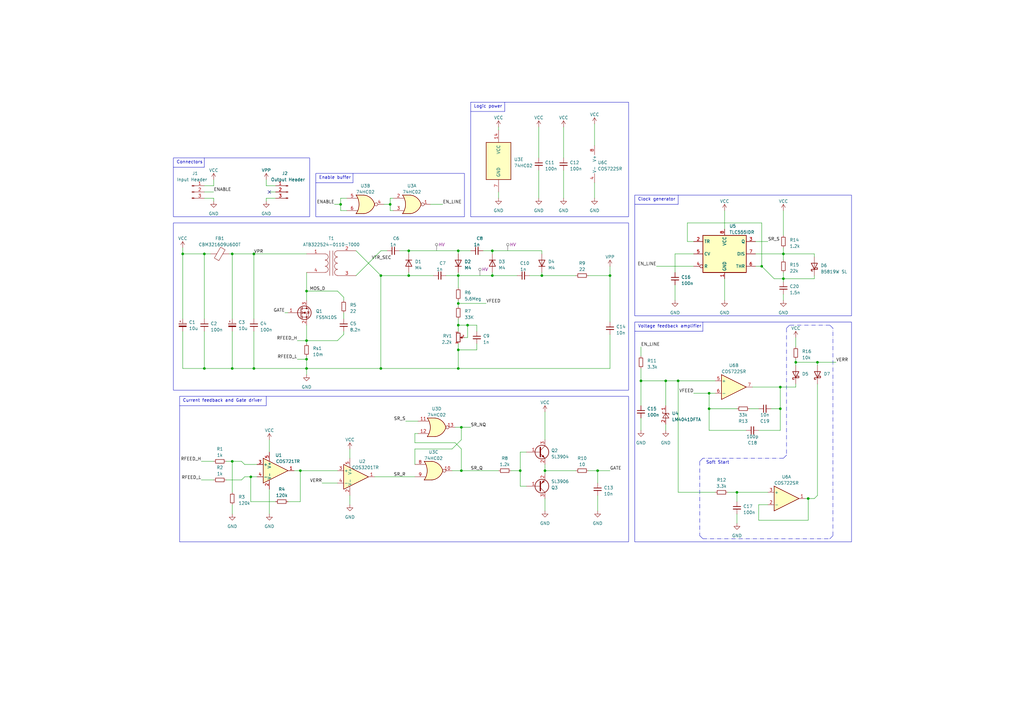
<source format=kicad_sch>
(kicad_sch (version 20230121) (generator eeschema)

  (uuid cbce1c9b-145a-4699-84cc-032e6740ebf0)

  (paper "A3")

  (title_block
    (title "170V Boost converter and controller")
    (rev "V1")
    (company "Alessandro Mauri")
  )

  

  (junction (at 335.28 148.59) (diameter 0) (color 0 0 0 0)
    (uuid 05e7d7ef-d3ff-4c82-95b9-b7b1e2fd50e7)
  )
  (junction (at 222.25 113.03) (diameter 0) (color 0 0 0 0)
    (uuid 0aaa9dbb-41c4-4219-ae69-b112f6a86571)
  )
  (junction (at 321.31 114.3) (diameter 0) (color 0 0 0 0)
    (uuid 10585718-050b-4a64-9f3f-f980a51ababb)
  )
  (junction (at 187.96 124.46) (diameter 0) (color 0 0 0 0)
    (uuid 20649430-1e00-4e94-b285-1f369bfe7146)
  )
  (junction (at 83.82 151.13) (diameter 0) (color 0 0 0 0)
    (uuid 2181eb68-139d-495f-9818-9c3ef9ca9531)
  )
  (junction (at 104.14 151.13) (diameter 0) (color 0 0 0 0)
    (uuid 27f888b8-a6f7-4f8a-a863-c8aa21dddf3e)
  )
  (junction (at 187.96 143.51) (diameter 0) (color 0 0 0 0)
    (uuid 2e9cb789-cde9-4078-8927-8e4a92557746)
  )
  (junction (at 290.83 167.64) (diameter 0) (color 0 0 0 0)
    (uuid 35b7aeef-5d18-4d21-8433-d0d8ed5d7845)
  )
  (junction (at 201.93 113.03) (diameter 0) (color 0 0 0 0)
    (uuid 361a9328-8a96-4c03-b9f2-2500c1e13ad2)
  )
  (junction (at 102.87 195.58) (diameter 0) (color 0 0 0 0)
    (uuid 3c7252d8-e5c0-4d81-a767-3123adf75f81)
  )
  (junction (at 187.96 151.13) (diameter 0) (color 0 0 0 0)
    (uuid 3de06667-26d6-46a3-a9a7-fc3c8a39a876)
  )
  (junction (at 331.47 204.47) (diameter 0) (color 0 0 0 0)
    (uuid 3f433c90-6fc7-4eb6-8ee6-0083828d81e8)
  )
  (junction (at 123.19 193.04) (diameter 0) (color 0 0 0 0)
    (uuid 41b28f68-4cb2-4d88-ad48-124dc4e00531)
  )
  (junction (at 156.21 151.13) (diameter 0) (color 0 0 0 0)
    (uuid 446da3d9-efcb-45e5-b834-7f61beb212d6)
  )
  (junction (at 95.25 189.23) (diameter 0) (color 0 0 0 0)
    (uuid 48fd5879-d73a-4d58-a27d-e9ba564676d2)
  )
  (junction (at 245.11 193.04) (diameter 0) (color 0 0 0 0)
    (uuid 49c35e0a-6950-4b1c-9db0-92c4f39c8811)
  )
  (junction (at 191.77 133.35) (diameter 0) (color 0 0 0 0)
    (uuid 4b2ba0b4-7732-4a15-88f2-9a851e8ff6d0)
  )
  (junction (at 250.19 113.03) (diameter 0) (color 0 0 0 0)
    (uuid 4f7252f4-14df-464a-867f-bf7f4746796d)
  )
  (junction (at 320.04 158.75) (diameter 0) (color 0 0 0 0)
    (uuid 51394fd0-3264-4f25-aa12-ac5dd5051fc0)
  )
  (junction (at 167.64 102.87) (diameter 0) (color 0 0 0 0)
    (uuid 5d34ba1a-56cb-476f-94c8-31c261ad09a0)
  )
  (junction (at 213.36 193.04) (diameter 0) (color 0 0 0 0)
    (uuid 5d7c4d2a-3a2d-445f-b45f-16a90051a842)
  )
  (junction (at 167.64 113.03) (diameter 0) (color 0 0 0 0)
    (uuid 5f3d4238-30a3-4c77-87cc-0edd8d7530a0)
  )
  (junction (at 104.14 104.14) (diameter 0) (color 0 0 0 0)
    (uuid 63f041bd-9efb-4506-89d8-c45f072938e9)
  )
  (junction (at 187.96 102.87) (diameter 0) (color 0 0 0 0)
    (uuid 64b35b99-6ef3-4d08-96d4-c2f2f9452c24)
  )
  (junction (at 125.73 151.13) (diameter 0) (color 0 0 0 0)
    (uuid 7450e237-3542-484e-a401-90d6ed0cfa24)
  )
  (junction (at 95.25 104.14) (diameter 0) (color 0 0 0 0)
    (uuid 752c2214-81d8-4bd7-95fe-318e9cc56131)
  )
  (junction (at 156.21 113.03) (diameter 0) (color 0 0 0 0)
    (uuid 8565dd7a-71ab-4a48-9a6f-17e035483375)
  )
  (junction (at 83.82 104.14) (diameter 0) (color 0 0 0 0)
    (uuid 87fe3f9a-74f6-4c69-8e3e-7cff88e3ec0e)
  )
  (junction (at 160.02 83.82) (diameter 0) (color 0 0 0 0)
    (uuid 8b828cb3-0a29-4b5b-a1fd-7a9aab2434a6)
  )
  (junction (at 187.96 113.03) (diameter 0) (color 0 0 0 0)
    (uuid 8cef1d04-c561-41b0-9641-11b43ed34667)
  )
  (junction (at 320.04 167.64) (diameter 0) (color 0 0 0 0)
    (uuid 91e3bdd1-4c5f-4246-8087-9adcf40ad407)
  )
  (junction (at 189.23 175.26) (diameter 0) (color 0 0 0 0)
    (uuid 9ed8efc2-717d-41b2-88b3-d727a352b300)
  )
  (junction (at 273.05 156.21) (diameter 0) (color 0 0 0 0)
    (uuid a2cda6aa-ce7d-4fe5-a219-ae329e5f739e)
  )
  (junction (at 189.23 193.04) (diameter 0) (color 0 0 0 0)
    (uuid a5fea039-c385-49b1-9abf-4f2c3ff4c849)
  )
  (junction (at 201.93 102.87) (diameter 0) (color 0 0 0 0)
    (uuid ab3fefa5-034a-46b3-a75e-028955529cdf)
  )
  (junction (at 326.39 148.59) (diameter 0) (color 0 0 0 0)
    (uuid bd8a268b-a041-4de5-8ad2-e02c212a9143)
  )
  (junction (at 125.73 147.32) (diameter 0) (color 0 0 0 0)
    (uuid bedd0b38-829e-4bea-8bb2-924df70f622a)
  )
  (junction (at 321.31 104.14) (diameter 0) (color 0 0 0 0)
    (uuid bf82d548-c56f-4790-a8ea-8aa48d0af590)
  )
  (junction (at 139.7 83.82) (diameter 0) (color 0 0 0 0)
    (uuid ca7741f4-451d-46b9-bbba-5814ea9781c8)
  )
  (junction (at 223.52 193.04) (diameter 0) (color 0 0 0 0)
    (uuid ca950303-0e30-4253-b242-d6c5e1b974e9)
  )
  (junction (at 74.93 104.14) (diameter 0) (color 0 0 0 0)
    (uuid d030cabf-a5ba-4963-adc7-858525385303)
  )
  (junction (at 95.25 151.13) (diameter 0) (color 0 0 0 0)
    (uuid d595b2ef-bccf-4d7c-bc72-d82087674376)
  )
  (junction (at 302.26 201.93) (diameter 0) (color 0 0 0 0)
    (uuid d8aa9260-8eb2-4b55-9e8b-711045d7fc4c)
  )
  (junction (at 262.89 156.21) (diameter 0) (color 0 0 0 0)
    (uuid db9fd39a-5cb4-4f72-84b4-cb9c1c251920)
  )
  (junction (at 290.83 161.29) (diameter 0) (color 0 0 0 0)
    (uuid dd891383-b55e-443d-b533-88569e3671ea)
  )
  (junction (at 187.96 133.35) (diameter 0) (color 0 0 0 0)
    (uuid e1617fd2-c844-49a0-b380-62ff52275dcd)
  )
  (junction (at 278.13 156.21) (diameter 0) (color 0 0 0 0)
    (uuid e4c81687-4498-4523-ba06-5b9afcd96b0e)
  )
  (junction (at 125.73 119.38) (diameter 0) (color 0 0 0 0)
    (uuid e4f336fa-9732-4bba-9e89-8ca39e856c51)
  )
  (junction (at 125.73 139.7) (diameter 0) (color 0 0 0 0)
    (uuid e87291da-ee9b-4258-beae-2dd05c4ee409)
  )
  (junction (at 312.42 109.22) (diameter 0) (color 0 0 0 0)
    (uuid ff71b40a-9674-48b2-b6bb-bf5857f8504d)
  )

  (no_connect (at 110.49 78.74) (uuid 78bbbfb7-ca68-41e2-b68d-166d6bed0f39))

  (wire (pts (xy 189.23 184.15) (xy 189.23 193.04))
    (stroke (width 0) (type default))
    (uuid 0116daf0-5ae0-487c-9bb4-b0f552da91cf)
  )
  (wire (pts (xy 92.71 189.23) (xy 95.25 189.23))
    (stroke (width 0) (type default))
    (uuid 029d30c4-19d2-49db-94b9-61b8a5c424bd)
  )
  (wire (pts (xy 139.7 83.82) (xy 139.7 86.36))
    (stroke (width 0) (type default))
    (uuid 04cd3a17-35ec-43fe-b624-e2a4d8f3b3e8)
  )
  (wire (pts (xy 74.93 104.14) (xy 74.93 130.81))
    (stroke (width 0) (type default))
    (uuid 0523a9a6-9760-4433-9490-9db5ea44377a)
  )
  (wire (pts (xy 309.88 109.22) (xy 312.42 109.22))
    (stroke (width 0) (type default))
    (uuid 0546260d-5e28-4b62-b2bd-4c05a80a9019)
  )
  (wire (pts (xy 140.97 137.16) (xy 138.43 139.7))
    (stroke (width 0) (type default))
    (uuid 059008a1-6aee-4c3f-b695-1e7a6c43459c)
  )
  (wire (pts (xy 273.05 156.21) (xy 273.05 166.37))
    (stroke (width 0) (type default))
    (uuid 06b88a68-cc3b-4266-a3d9-2ea372e7e58d)
  )
  (wire (pts (xy 191.77 133.35) (xy 191.77 138.43))
    (stroke (width 0) (type default))
    (uuid 07cce6de-5d8b-4fcd-9375-d7c8445ab389)
  )
  (wire (pts (xy 187.96 102.87) (xy 187.96 104.14))
    (stroke (width 0) (type default))
    (uuid 07d0c83b-d465-4260-af0d-9562fcc7ea54)
  )
  (polyline (pts (xy 287.02 219.71) (xy 288.29 220.98))
    (stroke (width 0) (type dash_dot))
    (uuid 0aa8aaea-51fc-4ac0-9c7b-15788f800b12)
  )

  (wire (pts (xy 170.18 184.15) (xy 185.42 184.15))
    (stroke (width 0) (type default))
    (uuid 0ad95cde-65e6-4e14-81a7-16780057154f)
  )
  (wire (pts (xy 132.08 198.12) (xy 138.43 198.12))
    (stroke (width 0) (type default))
    (uuid 0c3f23cb-6f7e-4585-af67-e252b7c1627d)
  )
  (wire (pts (xy 92.71 196.85) (xy 99.06 196.85))
    (stroke (width 0) (type default))
    (uuid 0cb45fac-a2c4-4b4f-9d9b-58849e00dbc9)
  )
  (wire (pts (xy 326.39 147.32) (xy 326.39 148.59))
    (stroke (width 0) (type default))
    (uuid 0d6a0d43-0047-4710-ba15-8d907f290897)
  )
  (wire (pts (xy 290.83 176.53) (xy 306.07 176.53))
    (stroke (width 0) (type default))
    (uuid 0ded2909-bf29-4026-857e-ea158000a96a)
  )
  (wire (pts (xy 125.73 146.05) (xy 125.73 147.32))
    (stroke (width 0) (type default))
    (uuid 0fe09758-33d1-4565-86f5-616694ebfcb3)
  )
  (polyline (pts (xy 340.36 220.98) (xy 341.63 219.71))
    (stroke (width 0) (type dash_dot))
    (uuid 10c592a9-c317-4ffd-a369-e15b603c2f8d)
  )

  (wire (pts (xy 241.3 113.03) (xy 250.19 113.03))
    (stroke (width 0) (type default))
    (uuid 11134033-96bb-4b28-8df1-9c7ec1f76c7b)
  )
  (wire (pts (xy 156.21 113.03) (xy 167.64 113.03))
    (stroke (width 0) (type default))
    (uuid 114b4a40-17c1-42a3-b10e-c3e42d50915f)
  )
  (wire (pts (xy 93.98 104.14) (xy 95.25 104.14))
    (stroke (width 0) (type default))
    (uuid 11618ab3-0776-422e-8e53-a082be85b8bd)
  )
  (wire (pts (xy 185.42 193.04) (xy 189.23 193.04))
    (stroke (width 0) (type default))
    (uuid 11978129-f97f-4579-92fc-6ecae7caeb0d)
  )
  (wire (pts (xy 167.64 113.03) (xy 177.8 113.03))
    (stroke (width 0) (type default))
    (uuid 1236f8bc-1321-44da-988f-3eb1e9fd1d8e)
  )
  (wire (pts (xy 187.96 143.51) (xy 195.58 143.51))
    (stroke (width 0) (type default))
    (uuid 12bc9f8b-44dd-4e02-993e-e38727921858)
  )
  (wire (pts (xy 110.49 78.74) (xy 113.03 78.74))
    (stroke (width 0) (type default))
    (uuid 13a5eaea-0762-40ef-b42d-213d4fb67283)
  )
  (wire (pts (xy 187.96 140.97) (xy 187.96 143.51))
    (stroke (width 0) (type default))
    (uuid 13f75b46-4163-47ad-a90e-f3f148a64483)
  )
  (wire (pts (xy 125.73 119.38) (xy 125.73 123.19))
    (stroke (width 0) (type default))
    (uuid 148cc764-d17c-4b63-834d-ab40c327dd8e)
  )
  (wire (pts (xy 125.73 151.13) (xy 125.73 153.67))
    (stroke (width 0) (type default))
    (uuid 1653827a-1132-42b1-be9f-0482b3fe7541)
  )
  (wire (pts (xy 140.97 121.92) (xy 138.43 119.38))
    (stroke (width 0) (type default))
    (uuid 16f878cd-68b5-45fd-9e23-aa697ad549e0)
  )
  (wire (pts (xy 157.48 83.82) (xy 160.02 83.82))
    (stroke (width 0) (type default))
    (uuid 17bbb85c-4d62-419e-8587-5184a2eacb3e)
  )
  (wire (pts (xy 95.25 207.01) (xy 95.25 210.82))
    (stroke (width 0) (type default))
    (uuid 180881a4-44c6-4792-b00a-8cc125de0b2e)
  )
  (wire (pts (xy 331.47 204.47) (xy 334.01 204.47))
    (stroke (width 0) (type default))
    (uuid 18dcd814-b713-4907-91fe-6075d789d0bb)
  )
  (wire (pts (xy 187.96 124.46) (xy 187.96 125.73))
    (stroke (width 0) (type default))
    (uuid 1b1c2b6a-c614-44f1-9c1c-7566901bcbf2)
  )
  (polyline (pts (xy 323.85 133.35) (xy 322.58 134.62))
    (stroke (width 0) (type dash_dot))
    (uuid 1b4f8558-ffed-4834-aabc-6128bc1ff631)
  )

  (wire (pts (xy 189.23 175.26) (xy 189.23 180.34))
    (stroke (width 0) (type default))
    (uuid 1b5dfe4c-25dd-477f-8bb8-3b572a928085)
  )
  (wire (pts (xy 146.05 102.87) (xy 156.21 113.03))
    (stroke (width 0) (type default))
    (uuid 1d7c7f4e-5486-4a19-b25a-70bb36be51e3)
  )
  (polyline (pts (xy 322.58 134.62) (xy 322.58 186.69))
    (stroke (width 0) (type dash_dot))
    (uuid 1dac0dd4-cc3f-47c3-bfc4-dcaaf515b961)
  )
  (polyline (pts (xy 341.63 219.71) (xy 341.63 134.62))
    (stroke (width 0) (type dash_dot))
    (uuid 1fc58c0d-8b7e-408c-b537-38ba98dc34e8)
  )
  (polyline (pts (xy 73.66 166.37) (xy 109.22 166.37))
    (stroke (width 0) (type default))
    (uuid 22a94817-e476-47d8-b824-12ffffd61574)
  )

  (wire (pts (xy 95.25 189.23) (xy 95.25 201.93))
    (stroke (width 0) (type default))
    (uuid 240258d7-8ff0-4b91-b80f-0177e8175b25)
  )
  (wire (pts (xy 123.19 193.04) (xy 138.43 193.04))
    (stroke (width 0) (type default))
    (uuid 24b1edf6-75ff-4d48-8225-050183435429)
  )
  (wire (pts (xy 186.69 175.26) (xy 189.23 175.26))
    (stroke (width 0) (type default))
    (uuid 24d0f39a-f271-4e1c-82ee-c64fa35041d9)
  )
  (wire (pts (xy 187.96 113.03) (xy 201.93 113.03))
    (stroke (width 0) (type default))
    (uuid 259fb412-9472-49e6-9659-158a12bdf00c)
  )
  (wire (pts (xy 156.21 151.13) (xy 187.96 151.13))
    (stroke (width 0) (type default))
    (uuid 2aacb643-24ba-4ea8-98fd-db3afc18239a)
  )
  (wire (pts (xy 109.22 81.28) (xy 113.03 81.28))
    (stroke (width 0) (type default))
    (uuid 2b5bd6e1-8549-4af2-8aae-90de48e3e8b0)
  )
  (wire (pts (xy 190.5 138.43) (xy 191.77 138.43))
    (stroke (width 0) (type default))
    (uuid 2b85d2a6-08a7-450b-9b0b-62556a4db3e1)
  )
  (wire (pts (xy 83.82 104.14) (xy 86.36 104.14))
    (stroke (width 0) (type default))
    (uuid 2c8cf957-4f74-43bb-8183-63c127ac34a2)
  )
  (wire (pts (xy 125.73 139.7) (xy 138.43 139.7))
    (stroke (width 0) (type default))
    (uuid 2d58286d-582b-49c1-8a2f-f15e748d074b)
  )
  (wire (pts (xy 243.84 50.8) (xy 243.84 59.69))
    (stroke (width 0) (type default))
    (uuid 2dec5d8b-a214-4b57-8337-261a4a0e2bcb)
  )
  (wire (pts (xy 320.04 158.75) (xy 326.39 158.75))
    (stroke (width 0) (type default))
    (uuid 2f3e1ba0-6426-404e-a702-36b79b2e4cfd)
  )
  (wire (pts (xy 95.25 104.14) (xy 95.25 130.81))
    (stroke (width 0) (type default))
    (uuid 317de16a-fbfa-48f1-86e3-11801cd44095)
  )
  (wire (pts (xy 102.87 195.58) (xy 102.87 205.74))
    (stroke (width 0) (type default))
    (uuid 32b2e9eb-dc25-4f96-ba9e-144ea9e71ba9)
  )
  (wire (pts (xy 102.87 205.74) (xy 113.03 205.74))
    (stroke (width 0) (type default))
    (uuid 35426e01-d3d4-4f94-aa27-6dfb3d8ee661)
  )
  (wire (pts (xy 83.82 151.13) (xy 95.25 151.13))
    (stroke (width 0) (type default))
    (uuid 36b59985-bd32-4696-acc2-3fdfcec0b6a0)
  )
  (wire (pts (xy 104.14 104.14) (xy 104.14 130.81))
    (stroke (width 0) (type default))
    (uuid 36f209b2-f25c-4850-8cf0-0a3108451c17)
  )
  (wire (pts (xy 74.93 101.6) (xy 74.93 104.14))
    (stroke (width 0) (type default))
    (uuid 370d0da6-7c7c-4cc8-9c89-1ec4079e1945)
  )
  (wire (pts (xy 74.93 135.89) (xy 74.93 151.13))
    (stroke (width 0) (type default))
    (uuid 38fc6213-775e-4097-b70f-fb43e1c2eb70)
  )
  (wire (pts (xy 95.25 151.13) (xy 104.14 151.13))
    (stroke (width 0) (type default))
    (uuid 39d96483-185a-4ac9-8ee6-211ef0558c0b)
  )
  (wire (pts (xy 87.63 81.28) (xy 87.63 82.55))
    (stroke (width 0) (type default))
    (uuid 3aec9869-d135-4a45-895c-8c361cbcc68e)
  )
  (wire (pts (xy 95.25 104.14) (xy 104.14 104.14))
    (stroke (width 0) (type default))
    (uuid 3ba0907d-5215-40b6-9c7f-feb2c78d2956)
  )
  (wire (pts (xy 167.64 102.87) (xy 187.96 102.87))
    (stroke (width 0) (type default))
    (uuid 3c1c91a2-9b3d-4dd9-8f40-431bfef7c171)
  )
  (wire (pts (xy 187.96 133.35) (xy 187.96 135.89))
    (stroke (width 0) (type default))
    (uuid 3c6a54c5-e45f-4dce-ba58-12a5e36ec899)
  )
  (wire (pts (xy 217.17 113.03) (xy 222.25 113.03))
    (stroke (width 0) (type default))
    (uuid 3ce797c6-6d59-40ed-90c2-b0cdc7843150)
  )
  (wire (pts (xy 302.26 201.93) (xy 302.26 205.74))
    (stroke (width 0) (type default))
    (uuid 3e801497-4719-481c-ade8-06f4a4f756c8)
  )
  (wire (pts (xy 321.31 114.3) (xy 334.01 114.3))
    (stroke (width 0) (type default))
    (uuid 3e9d3980-df58-48c3-898e-18189365574c)
  )
  (wire (pts (xy 125.73 111.76) (xy 125.73 119.38))
    (stroke (width 0) (type default))
    (uuid 3f6b02a8-c747-4473-b23c-374fc846daec)
  )
  (polyline (pts (xy 71.12 68.58) (xy 83.82 68.58))
    (stroke (width 0) (type default))
    (uuid 41062b12-b46b-4955-b9eb-f048e2454191)
  )

  (wire (pts (xy 326.39 158.75) (xy 326.39 157.48))
    (stroke (width 0) (type default))
    (uuid 412dc3ad-a65c-4b21-b4ee-aee881d4b377)
  )
  (wire (pts (xy 231.14 69.85) (xy 231.14 81.28))
    (stroke (width 0) (type default))
    (uuid 424845c2-c144-486f-944b-d11958b06609)
  )
  (wire (pts (xy 143.51 203.2) (xy 143.51 207.01))
    (stroke (width 0) (type default))
    (uuid 428d6fba-79f3-4e01-a6e2-bd65e798cb4d)
  )
  (wire (pts (xy 195.58 133.35) (xy 195.58 135.89))
    (stroke (width 0) (type default))
    (uuid 437084c6-869b-405f-be58-f7d4ad1d5ed5)
  )
  (wire (pts (xy 320.04 158.75) (xy 320.04 167.64))
    (stroke (width 0) (type default))
    (uuid 460597f8-0978-46d5-91fa-96d82ad4d837)
  )
  (wire (pts (xy 278.13 156.21) (xy 278.13 201.93))
    (stroke (width 0) (type default))
    (uuid 4655cf7f-3543-4ed1-8345-4d42bad3325e)
  )
  (wire (pts (xy 284.48 161.29) (xy 290.83 161.29))
    (stroke (width 0) (type default))
    (uuid 47117b89-1713-4a28-9781-2169736b56e6)
  )
  (wire (pts (xy 281.94 91.44) (xy 281.94 99.06))
    (stroke (width 0) (type default))
    (uuid 47bf9120-edca-4953-b776-2032447e4f4f)
  )
  (wire (pts (xy 116.84 128.27) (xy 118.11 128.27))
    (stroke (width 0) (type default))
    (uuid 48b9c60d-cd8f-4240-9351-9da8da86d867)
  )
  (wire (pts (xy 160.02 81.28) (xy 160.02 83.82))
    (stroke (width 0) (type default))
    (uuid 48e26f6a-88a5-4705-ad6e-ef19cca093b7)
  )
  (polyline (pts (xy 322.58 186.69) (xy 321.31 187.96))
    (stroke (width 0) (type dash_dot))
    (uuid 49762f6f-d9a8-4346-b1a6-62bcee5ff5da)
  )

  (wire (pts (xy 262.89 156.21) (xy 262.89 166.37))
    (stroke (width 0) (type default))
    (uuid 4a078500-bb9a-45dd-ab74-840667a2630d)
  )
  (wire (pts (xy 99.06 196.85) (xy 100.33 195.58))
    (stroke (width 0) (type default))
    (uuid 4e362d86-ebd8-44f2-a941-ee81112a437e)
  )
  (polyline (pts (xy 144.78 71.12) (xy 144.78 74.93))
    (stroke (width 0) (type default))
    (uuid 4ee23ccf-d840-461b-982d-68ca31279093)
  )

  (wire (pts (xy 167.64 102.87) (xy 167.64 104.14))
    (stroke (width 0) (type default))
    (uuid 4ee770bc-7312-4f18-aa2f-8da8bb3b3587)
  )
  (wire (pts (xy 220.98 52.07) (xy 220.98 64.77))
    (stroke (width 0) (type default))
    (uuid 4efc5cfd-f9b7-433c-8c85-58342a0e6e1c)
  )
  (wire (pts (xy 309.88 104.14) (xy 321.31 104.14))
    (stroke (width 0) (type default))
    (uuid 4f0492aa-d354-4a2f-957a-b0c16661933b)
  )
  (polyline (pts (xy 109.22 162.56) (xy 109.22 166.37))
    (stroke (width 0) (type default))
    (uuid 4f4aa186-90c6-4f6c-8f26-badd20d091a9)
  )

  (wire (pts (xy 121.92 139.7) (xy 125.73 139.7))
    (stroke (width 0) (type default))
    (uuid 50b82c17-e83d-4419-b7ef-7a9b9aa3fdd3)
  )
  (wire (pts (xy 204.47 52.07) (xy 204.47 53.34))
    (stroke (width 0) (type default))
    (uuid 50cd578b-2036-4880-b613-af1075a8cde1)
  )
  (wire (pts (xy 120.65 193.04) (xy 123.19 193.04))
    (stroke (width 0) (type default))
    (uuid 5151bba6-b64a-4612-8af3-3310311fc467)
  )
  (wire (pts (xy 317.5 114.3) (xy 321.31 114.3))
    (stroke (width 0) (type default))
    (uuid 5266b4eb-34e6-4cf9-bb39-b0a6727956ee)
  )
  (wire (pts (xy 278.13 156.21) (xy 293.37 156.21))
    (stroke (width 0) (type default))
    (uuid 5375a4da-8b77-499f-b340-cbcb72768492)
  )
  (wire (pts (xy 187.96 130.81) (xy 187.96 133.35))
    (stroke (width 0) (type default))
    (uuid 55030f98-e02c-4d39-bf63-7c5760d0a68b)
  )
  (wire (pts (xy 222.25 111.76) (xy 222.25 113.03))
    (stroke (width 0) (type default))
    (uuid 55413978-7918-46e9-b3ea-fe6f8594e830)
  )
  (wire (pts (xy 262.89 142.24) (xy 262.89 146.05))
    (stroke (width 0) (type default))
    (uuid 55df151d-23b1-4146-a716-ac53d415bc0f)
  )
  (wire (pts (xy 139.7 81.28) (xy 139.7 83.82))
    (stroke (width 0) (type default))
    (uuid 568defdf-2232-4be5-afc8-cf5e5b42c6ab)
  )
  (wire (pts (xy 187.96 102.87) (xy 193.04 102.87))
    (stroke (width 0) (type default))
    (uuid 57991b58-72b3-4eb2-bbf5-2466f4875c01)
  )
  (wire (pts (xy 278.13 201.93) (xy 293.37 201.93))
    (stroke (width 0) (type default))
    (uuid 57a25f6f-6c8f-4e50-b7ff-4ef20ca11ec5)
  )
  (polyline (pts (xy 83.82 64.77) (xy 83.82 68.58))
    (stroke (width 0) (type default))
    (uuid 57b11b2e-f075-4afd-92af-d4263ef019b0)
  )

  (wire (pts (xy 125.73 119.38) (xy 138.43 119.38))
    (stroke (width 0) (type default))
    (uuid 5880a721-586a-4e82-a14e-cc7751e6ad60)
  )
  (wire (pts (xy 321.31 101.6) (xy 321.31 104.14))
    (stroke (width 0) (type default))
    (uuid 591600ea-a007-4d6b-b115-08a50c84d794)
  )
  (polyline (pts (xy 260.35 83.82) (xy 278.13 83.82))
    (stroke (width 0) (type default))
    (uuid 5a035c1a-d949-4076-8323-d60668843d95)
  )

  (wire (pts (xy 82.55 189.23) (xy 87.63 189.23))
    (stroke (width 0) (type default))
    (uuid 5c4f449d-a203-4cde-a34c-92146cfb0ea8)
  )
  (wire (pts (xy 121.92 147.32) (xy 125.73 147.32))
    (stroke (width 0) (type default))
    (uuid 608a5d5c-655c-49e0-be80-43a96642975b)
  )
  (wire (pts (xy 95.25 135.89) (xy 95.25 151.13))
    (stroke (width 0) (type default))
    (uuid 60fa5496-94d3-45ba-9107-7a8062464098)
  )
  (wire (pts (xy 222.25 102.87) (xy 222.25 104.14))
    (stroke (width 0) (type default))
    (uuid 6121b43d-bae3-4628-bc94-663c45d194e3)
  )
  (wire (pts (xy 82.55 196.85) (xy 87.63 196.85))
    (stroke (width 0) (type default))
    (uuid 61ae674b-df63-4062-a6c0-bd0872701c30)
  )
  (wire (pts (xy 321.31 104.14) (xy 321.31 106.68))
    (stroke (width 0) (type default))
    (uuid 655f1ba9-e3dc-4553-b6b8-4048c387926d)
  )
  (wire (pts (xy 223.52 190.5) (xy 223.52 193.04))
    (stroke (width 0) (type default))
    (uuid 656efe0e-aae8-4694-9dcf-fb25c0a10b7b)
  )
  (wire (pts (xy 201.93 111.76) (xy 201.93 113.03))
    (stroke (width 0) (type default))
    (uuid 662fb48d-9f3a-4f82-8a77-65bf63091b9a)
  )
  (wire (pts (xy 311.15 207.01) (xy 311.15 213.36))
    (stroke (width 0) (type default))
    (uuid 6a8fbae5-365a-4416-871a-74d01b4d246a)
  )
  (wire (pts (xy 201.93 113.03) (xy 212.09 113.03))
    (stroke (width 0) (type default))
    (uuid 6b38e574-e036-4df1-808b-4e4e90a45dbe)
  )
  (wire (pts (xy 213.36 185.42) (xy 215.9 185.42))
    (stroke (width 0) (type default))
    (uuid 6b537cea-10d5-441f-9bad-8aab7a184d6b)
  )
  (wire (pts (xy 143.51 184.15) (xy 143.51 187.96))
    (stroke (width 0) (type default))
    (uuid 6b6251aa-8087-407d-80f6-fb9fcdae1f81)
  )
  (wire (pts (xy 161.29 81.28) (xy 160.02 81.28))
    (stroke (width 0) (type default))
    (uuid 6c725bcc-f7dc-447d-becf-d4e430f9bcdc)
  )
  (wire (pts (xy 320.04 176.53) (xy 320.04 167.64))
    (stroke (width 0) (type default))
    (uuid 70d999ed-ec10-47e2-9db2-eb3c39553d7f)
  )
  (wire (pts (xy 321.31 86.36) (xy 321.31 96.52))
    (stroke (width 0) (type default))
    (uuid 7353ebd9-f067-4aaf-bf5c-f7a19f4979b1)
  )
  (wire (pts (xy 312.42 109.22) (xy 317.5 114.3))
    (stroke (width 0) (type default))
    (uuid 76d93c65-f65c-467f-a209-f9718549da14)
  )
  (polyline (pts (xy 341.63 134.62) (xy 340.36 133.35))
    (stroke (width 0) (type dash_dot))
    (uuid 77a200de-859f-486f-a01f-808861bb8c98)
  )

  (wire (pts (xy 187.96 151.13) (xy 250.19 151.13))
    (stroke (width 0) (type default))
    (uuid 79b06e89-8c2c-41d7-be50-e4f80fc868c9)
  )
  (wire (pts (xy 74.93 151.13) (xy 83.82 151.13))
    (stroke (width 0) (type default))
    (uuid 7a3f6ed0-51cf-4a50-a7f2-ba7016149cf1)
  )
  (wire (pts (xy 297.18 86.36) (xy 297.18 93.98))
    (stroke (width 0) (type default))
    (uuid 7aa64d97-9325-4867-9021-4aa1cef5c146)
  )
  (wire (pts (xy 198.12 102.87) (xy 201.93 102.87))
    (stroke (width 0) (type default))
    (uuid 7ba3fc87-37df-47f5-be9e-331094b0e555)
  )
  (wire (pts (xy 160.02 86.36) (xy 161.29 86.36))
    (stroke (width 0) (type default))
    (uuid 7be9afe0-e7c7-4cde-a701-f3515e865f87)
  )
  (wire (pts (xy 330.2 204.47) (xy 331.47 204.47))
    (stroke (width 0) (type default))
    (uuid 7c819137-f2d0-44a8-b3c4-c93ee21c2b4c)
  )
  (wire (pts (xy 334.01 104.14) (xy 334.01 105.41))
    (stroke (width 0) (type default))
    (uuid 7c86ebd4-ee79-4b7c-aa7f-3240e97691d7)
  )
  (wire (pts (xy 182.88 113.03) (xy 187.96 113.03))
    (stroke (width 0) (type default))
    (uuid 7e4e3a82-f188-47a4-9c4d-a0dedfac9a78)
  )
  (wire (pts (xy 326.39 138.43) (xy 326.39 142.24))
    (stroke (width 0) (type default))
    (uuid 7fb6ed98-2d46-454a-a868-efe4d1d36c9d)
  )
  (wire (pts (xy 100.33 190.5) (xy 105.41 190.5))
    (stroke (width 0) (type default))
    (uuid 7fdeeab5-4df9-4449-89e3-204426839230)
  )
  (wire (pts (xy 87.63 73.66) (xy 87.63 76.2))
    (stroke (width 0) (type default))
    (uuid 82096a7c-a616-4e5d-a56b-f3c8a9e99c2e)
  )
  (wire (pts (xy 326.39 148.59) (xy 326.39 149.86))
    (stroke (width 0) (type default))
    (uuid 82369518-29a4-425a-b19b-e2fccde0b9bc)
  )
  (wire (pts (xy 110.49 200.66) (xy 110.49 210.82))
    (stroke (width 0) (type default))
    (uuid 83ac3fa6-f487-4cfd-ac26-e260e8561a8f)
  )
  (wire (pts (xy 187.96 111.76) (xy 187.96 113.03))
    (stroke (width 0) (type default))
    (uuid 84166364-529d-464b-b84b-3c6db2df2b98)
  )
  (wire (pts (xy 262.89 151.13) (xy 262.89 156.21))
    (stroke (width 0) (type default))
    (uuid 8454cb43-4e06-4c44-a34d-09885e20a869)
  )
  (wire (pts (xy 311.15 213.36) (xy 331.47 213.36))
    (stroke (width 0) (type default))
    (uuid 84f19c2e-acd2-4298-bd7d-3b4ad9ac2536)
  )
  (wire (pts (xy 74.93 104.14) (xy 83.82 104.14))
    (stroke (width 0) (type default))
    (uuid 85d20927-3059-40fb-8b91-afa1fd50fb47)
  )
  (wire (pts (xy 222.25 113.03) (xy 236.22 113.03))
    (stroke (width 0) (type default))
    (uuid 862c860b-d3fe-43a2-b809-e3b00da71a52)
  )
  (wire (pts (xy 187.96 143.51) (xy 187.96 151.13))
    (stroke (width 0) (type default))
    (uuid 86de7966-3d9d-41ee-9e71-1f73b38cb5fb)
  )
  (wire (pts (xy 204.47 78.74) (xy 204.47 81.28))
    (stroke (width 0) (type default))
    (uuid 88608f3d-f759-4746-b90f-bbe9bde7ae36)
  )
  (wire (pts (xy 290.83 167.64) (xy 302.26 167.64))
    (stroke (width 0) (type default))
    (uuid 891c50b1-af13-41bd-8406-7af164d8a6ee)
  )
  (wire (pts (xy 125.73 151.13) (xy 156.21 151.13))
    (stroke (width 0) (type default))
    (uuid 8a2844dc-d439-48ff-801c-cae4975734e1)
  )
  (wire (pts (xy 176.53 83.82) (xy 181.61 83.82))
    (stroke (width 0) (type default))
    (uuid 8c3f882a-511d-45d3-a2ee-2dbf4c1f1ad3)
  )
  (wire (pts (xy 276.86 104.14) (xy 284.48 104.14))
    (stroke (width 0) (type default))
    (uuid 8cbfa957-862e-48a1-b82e-3c4163ea1f6c)
  )
  (wire (pts (xy 223.52 193.04) (xy 236.22 193.04))
    (stroke (width 0) (type default))
    (uuid 8ce4890c-98ad-4f5a-848c-271ac1e707a2)
  )
  (wire (pts (xy 104.14 135.89) (xy 104.14 151.13))
    (stroke (width 0) (type default))
    (uuid 8d9aca6d-44d8-48fd-bb19-633f3faae9a0)
  )
  (wire (pts (xy 209.55 193.04) (xy 213.36 193.04))
    (stroke (width 0) (type default))
    (uuid 8e18a61f-2640-451a-9751-e1ba7cd4b848)
  )
  (wire (pts (xy 302.26 210.82) (xy 302.26 214.63))
    (stroke (width 0) (type default))
    (uuid 8e8eb6f6-6dd9-44fb-a908-707a86ce2a45)
  )
  (wire (pts (xy 250.19 113.03) (xy 250.19 132.08))
    (stroke (width 0) (type default))
    (uuid 8eebb118-5811-4bd9-bf74-6432c1126b0f)
  )
  (wire (pts (xy 308.61 158.75) (xy 320.04 158.75))
    (stroke (width 0) (type default))
    (uuid 8eff4edd-bf72-4e1e-b3d5-a43254d94cf8)
  )
  (wire (pts (xy 109.22 81.28) (xy 109.22 82.55))
    (stroke (width 0) (type default))
    (uuid 8f3503d3-b43a-4ad0-afbc-4dcc49ceb7a4)
  )
  (wire (pts (xy 269.24 109.22) (xy 284.48 109.22))
    (stroke (width 0) (type default))
    (uuid 8f7c944e-4ddd-4152-9c34-efdbed485f5c)
  )
  (wire (pts (xy 326.39 148.59) (xy 335.28 148.59))
    (stroke (width 0) (type default))
    (uuid 904d9f1b-b210-47cd-8f69-f96637537715)
  )
  (wire (pts (xy 109.22 73.66) (xy 109.22 76.2))
    (stroke (width 0) (type default))
    (uuid 91b4f5a0-d198-47d5-8083-09b76efc29aa)
  )
  (wire (pts (xy 302.26 201.93) (xy 314.96 201.93))
    (stroke (width 0) (type default))
    (uuid 93a116d7-c7b0-491d-953e-c6ef1f5b2f5e)
  )
  (wire (pts (xy 321.31 120.65) (xy 321.31 123.19))
    (stroke (width 0) (type default))
    (uuid 956e40d3-ab85-41f9-a52c-05c09848433f)
  )
  (wire (pts (xy 298.45 201.93) (xy 302.26 201.93))
    (stroke (width 0) (type default))
    (uuid 960f2056-974c-4211-b52f-a70422d603a6)
  )
  (wire (pts (xy 125.73 133.35) (xy 125.73 139.7))
    (stroke (width 0) (type default))
    (uuid 96d2eb72-ddfe-4a8b-a73f-ced9782e0373)
  )
  (wire (pts (xy 311.15 176.53) (xy 320.04 176.53))
    (stroke (width 0) (type default))
    (uuid 98d376d6-cb93-47ad-96fc-c045a0837405)
  )
  (wire (pts (xy 297.18 114.3) (xy 297.18 123.19))
    (stroke (width 0) (type default))
    (uuid 99ac82c2-316d-44f6-b039-13725946e5d4)
  )
  (wire (pts (xy 118.11 205.74) (xy 123.19 205.74))
    (stroke (width 0) (type default))
    (uuid 9c146bbf-bec0-4840-9460-7d7738ff1751)
  )
  (wire (pts (xy 187.96 113.03) (xy 187.96 118.11))
    (stroke (width 0) (type default))
    (uuid 9fb26078-0471-4fce-a1fc-60a88973f16a)
  )
  (wire (pts (xy 223.52 168.91) (xy 223.52 180.34))
    (stroke (width 0) (type default))
    (uuid a4989d8e-5b08-486a-b137-ade0a598e5eb)
  )
  (wire (pts (xy 83.82 104.14) (xy 83.82 130.81))
    (stroke (width 0) (type default))
    (uuid a4d24d05-9c50-49f7-8e80-e77b081d75c9)
  )
  (wire (pts (xy 170.18 184.15) (xy 170.18 190.5))
    (stroke (width 0) (type default))
    (uuid a955446a-b583-4dca-8c82-5909788e9049)
  )
  (wire (pts (xy 335.28 203.2) (xy 334.01 204.47))
    (stroke (width 0) (type default))
    (uuid a9b8c486-d1d6-4827-b7a4-2e7d5cac5abf)
  )
  (wire (pts (xy 276.86 116.84) (xy 276.86 123.19))
    (stroke (width 0) (type default))
    (uuid aae722f3-28c2-4789-8374-d46f8648abe4)
  )
  (wire (pts (xy 167.64 111.76) (xy 167.64 113.03))
    (stroke (width 0) (type default))
    (uuid ad55d248-a1a5-4d44-936b-7f9ac8162f80)
  )
  (wire (pts (xy 335.28 157.48) (xy 335.28 203.2))
    (stroke (width 0) (type default))
    (uuid ae3ccf0c-2e35-4324-b060-e55bd48f5d5e)
  )
  (wire (pts (xy 316.23 167.64) (xy 320.04 167.64))
    (stroke (width 0) (type default))
    (uuid af40ce15-9533-48bf-b21a-c7ef944b3d3c)
  )
  (wire (pts (xy 262.89 171.45) (xy 262.89 176.53))
    (stroke (width 0) (type default))
    (uuid b03a0086-2d71-40b4-883f-30b7ce79b766)
  )
  (wire (pts (xy 140.97 121.92) (xy 140.97 123.19))
    (stroke (width 0) (type default))
    (uuid b076ad0e-35f3-4e5e-9fe7-2a948d19aa62)
  )
  (polyline (pts (xy 287.02 189.23) (xy 287.02 219.71))
    (stroke (width 0) (type dash_dot))
    (uuid b0987e6f-35e4-42a1-b30f-baa6ac448f59)
  )

  (wire (pts (xy 290.83 161.29) (xy 293.37 161.29))
    (stroke (width 0) (type default))
    (uuid b0e4d692-b241-48eb-80ef-8b21075893fd)
  )
  (wire (pts (xy 189.23 180.34) (xy 185.42 184.15))
    (stroke (width 0) (type default))
    (uuid b1abee25-4c36-4e8a-b3c1-9add8be79421)
  )
  (polyline (pts (xy 193.04 45.72) (xy 207.01 45.72))
    (stroke (width 0) (type default))
    (uuid b1b3a974-aaaf-43fd-8bcf-15bd175141c0)
  )

  (wire (pts (xy 125.73 139.7) (xy 125.73 140.97))
    (stroke (width 0) (type default))
    (uuid b2918ebf-bde9-489a-8ecb-5663534790a1)
  )
  (wire (pts (xy 95.25 189.23) (xy 99.06 189.23))
    (stroke (width 0) (type default))
    (uuid b37fff30-11ca-4809-927f-c136323ff1b9)
  )
  (wire (pts (xy 290.83 176.53) (xy 290.83 167.64))
    (stroke (width 0) (type default))
    (uuid b41c23d5-0fee-4b46-aee9-b5ca7c1ad555)
  )
  (wire (pts (xy 312.42 91.44) (xy 312.42 109.22))
    (stroke (width 0) (type default))
    (uuid b51c4892-2cd4-4362-992a-3dffa055bf92)
  )
  (wire (pts (xy 321.31 104.14) (xy 334.01 104.14))
    (stroke (width 0) (type default))
    (uuid b53f6f92-cc6a-4b86-9a1a-cfadde1411e9)
  )
  (wire (pts (xy 83.82 78.74) (xy 87.63 78.74))
    (stroke (width 0) (type default))
    (uuid b57dcc02-8a7b-4061-ac94-a6744b6f4400)
  )
  (wire (pts (xy 170.18 177.8) (xy 170.18 181.61))
    (stroke (width 0) (type default))
    (uuid b5acaa5b-75f9-4558-9be8-d20a4b0015c9)
  )
  (wire (pts (xy 146.05 113.03) (xy 156.21 102.87))
    (stroke (width 0) (type default))
    (uuid b84eef69-0116-486c-a3f0-1255f8d56077)
  )
  (polyline (pts (xy 288.29 187.96) (xy 287.02 189.23))
    (stroke (width 0) (type dash_dot))
    (uuid b9608926-ebe6-49f0-806a-d5d82fce992e)
  )

  (wire (pts (xy 273.05 173.99) (xy 273.05 176.53))
    (stroke (width 0) (type default))
    (uuid bdc3d212-ccf8-4d3c-a409-dc9077c7f280)
  )
  (wire (pts (xy 187.96 124.46) (xy 199.39 124.46))
    (stroke (width 0) (type default))
    (uuid bec3bf59-9ee3-4f20-95c8-ffcafacc41c5)
  )
  (wire (pts (xy 243.84 74.93) (xy 243.84 81.28))
    (stroke (width 0) (type default))
    (uuid bfd2b323-e92d-4ac8-8e96-59a81d13ef45)
  )
  (wire (pts (xy 321.31 114.3) (xy 321.31 115.57))
    (stroke (width 0) (type default))
    (uuid c0a82c77-61f9-42d2-8899-b79032cf783d)
  )
  (wire (pts (xy 223.52 193.04) (xy 223.52 194.31))
    (stroke (width 0) (type default))
    (uuid c1bae86e-fdc2-4e38-9bde-77390ce833b1)
  )
  (wire (pts (xy 335.28 148.59) (xy 342.9 148.59))
    (stroke (width 0) (type default))
    (uuid c1f0e6bc-9f35-4520-af78-5cb93d6909ca)
  )
  (wire (pts (xy 83.82 76.2) (xy 87.63 76.2))
    (stroke (width 0) (type default))
    (uuid c4f6739e-9ced-4b14-b2b5-c8623ccd5e2e)
  )
  (wire (pts (xy 104.14 151.13) (xy 125.73 151.13))
    (stroke (width 0) (type default))
    (uuid c524b326-2fa9-4a5a-ba08-6179dada6817)
  )
  (wire (pts (xy 123.19 193.04) (xy 123.19 205.74))
    (stroke (width 0) (type default))
    (uuid c52c3377-70e1-4533-8e3e-1bef862e8fec)
  )
  (wire (pts (xy 213.36 199.39) (xy 215.9 199.39))
    (stroke (width 0) (type default))
    (uuid c535c743-bbbf-416a-8838-e03993ef35db)
  )
  (wire (pts (xy 189.23 175.26) (xy 193.04 175.26))
    (stroke (width 0) (type default))
    (uuid c5b61d71-8d4c-4263-a19c-1f303fd75efe)
  )
  (wire (pts (xy 223.52 204.47) (xy 223.52 209.55))
    (stroke (width 0) (type default))
    (uuid c724277e-a870-47a8-87e1-61bb8ea72164)
  )
  (wire (pts (xy 100.33 195.58) (xy 102.87 195.58))
    (stroke (width 0) (type default))
    (uuid c7f332ca-415f-4f2f-ac4c-e305da6cab70)
  )
  (wire (pts (xy 245.11 203.2) (xy 245.11 209.55))
    (stroke (width 0) (type default))
    (uuid c9f55ee0-6f5b-4784-a934-24bfad2f3cbd)
  )
  (wire (pts (xy 166.37 172.72) (xy 171.45 172.72))
    (stroke (width 0) (type default))
    (uuid cb946610-e2c9-4585-bd02-7c80e551eecb)
  )
  (wire (pts (xy 137.16 83.82) (xy 139.7 83.82))
    (stroke (width 0) (type default))
    (uuid cbfebe51-f604-4e60-ba0a-ef0cc9f5921e)
  )
  (polyline (pts (xy 260.35 135.89) (xy 288.29 135.89))
    (stroke (width 0) (type default))
    (uuid cc6e4dec-9cf8-43fa-ac59-edb98767a251)
  )

  (wire (pts (xy 187.96 123.19) (xy 187.96 124.46))
    (stroke (width 0) (type default))
    (uuid cd594ea4-a2eb-4966-9878-f698e5476611)
  )
  (wire (pts (xy 276.86 104.14) (xy 276.86 111.76))
    (stroke (width 0) (type default))
    (uuid cef044e2-2f4c-4cec-be0d-e56f281fbd48)
  )
  (wire (pts (xy 201.93 102.87) (xy 201.93 104.14))
    (stroke (width 0) (type default))
    (uuid d0525aec-5b54-49d3-9d7f-91e0b58d047b)
  )
  (wire (pts (xy 335.28 148.59) (xy 335.28 149.86))
    (stroke (width 0) (type default))
    (uuid d1e47ada-59cf-4384-82ac-7a6082aff499)
  )
  (polyline (pts (xy 288.29 220.98) (xy 340.36 220.98))
    (stroke (width 0) (type dash_dot))
    (uuid d2629a67-10dd-4da9-af3c-ea1fe11e651e)
  )

  (wire (pts (xy 262.89 156.21) (xy 273.05 156.21))
    (stroke (width 0) (type default))
    (uuid d2ec55a7-49cb-4a35-a513-a2c5afaab15d)
  )
  (wire (pts (xy 87.63 81.28) (xy 83.82 81.28))
    (stroke (width 0) (type default))
    (uuid d3cf3eb5-f6af-4f6b-9947-39655b626554)
  )
  (wire (pts (xy 102.87 195.58) (xy 105.41 195.58))
    (stroke (width 0) (type default))
    (uuid d494d79c-fa8c-4549-b089-3cfc476ad6ad)
  )
  (polyline (pts (xy 207.01 41.91) (xy 207.01 45.72))
    (stroke (width 0) (type default))
    (uuid d4af7253-cd97-4cb1-86d2-5030e0b7c85d)
  )

  (wire (pts (xy 241.3 193.04) (xy 245.11 193.04))
    (stroke (width 0) (type default))
    (uuid d7843d86-5add-42db-b221-a81d62474b93)
  )
  (polyline (pts (xy 321.31 187.96) (xy 288.29 187.96))
    (stroke (width 0) (type dash_dot))
    (uuid d8dd8a8f-eeab-4562-9e7c-5b6d5741b87f)
  )

  (wire (pts (xy 307.34 167.64) (xy 311.15 167.64))
    (stroke (width 0) (type default))
    (uuid db64cd99-4d3a-49cf-bdf6-d567c07ba753)
  )
  (wire (pts (xy 139.7 86.36) (xy 142.24 86.36))
    (stroke (width 0) (type default))
    (uuid db7cc43c-bf1a-4c07-bace-c1f557953146)
  )
  (wire (pts (xy 125.73 147.32) (xy 125.73 151.13))
    (stroke (width 0) (type default))
    (uuid dc526526-928f-4ab6-be5b-b41bcee20bae)
  )
  (wire (pts (xy 140.97 128.27) (xy 140.97 130.81))
    (stroke (width 0) (type default))
    (uuid dd8c769b-0fb5-4357-b979-f8a67bb22e79)
  )
  (wire (pts (xy 110.49 180.34) (xy 110.49 185.42))
    (stroke (width 0) (type default))
    (uuid ded52043-6a4e-4fdb-bdb7-33e705c70012)
  )
  (wire (pts (xy 213.36 185.42) (xy 213.36 193.04))
    (stroke (width 0) (type default))
    (uuid dfa10f60-c0ac-417c-95b7-ca7df1566407)
  )
  (wire (pts (xy 311.15 207.01) (xy 314.96 207.01))
    (stroke (width 0) (type default))
    (uuid e00cc0e7-a8f8-4ed4-9d82-1e3d41cb6ea5)
  )
  (wire (pts (xy 213.36 193.04) (xy 213.36 199.39))
    (stroke (width 0) (type default))
    (uuid e05e4329-0f5a-4442-9dc0-421e28b9c721)
  )
  (wire (pts (xy 321.31 111.76) (xy 321.31 114.3))
    (stroke (width 0) (type default))
    (uuid e071b06b-b226-4667-8a92-9d1d20b06dee)
  )
  (polyline (pts (xy 340.36 133.35) (xy 323.85 133.35))
    (stroke (width 0) (type dash_dot))
    (uuid e0e8e508-89e0-4314-a727-13c070d5f5cb)
  )

  (wire (pts (xy 245.11 193.04) (xy 250.19 193.04))
    (stroke (width 0) (type default))
    (uuid e221880e-380a-447b-bd57-2b3b0b44acda)
  )
  (wire (pts (xy 163.83 102.87) (xy 167.64 102.87))
    (stroke (width 0) (type default))
    (uuid e23af1a4-1fe4-4388-9bd1-e80e363a6b16)
  )
  (wire (pts (xy 156.21 113.03) (xy 156.21 151.13))
    (stroke (width 0) (type default))
    (uuid e38138b7-f346-4a1c-8eee-273bac1cf5d7)
  )
  (wire (pts (xy 273.05 156.21) (xy 278.13 156.21))
    (stroke (width 0) (type default))
    (uuid e49c6e9a-8b9d-468c-84ce-1b54b5cb46e9)
  )
  (wire (pts (xy 195.58 140.97) (xy 195.58 143.51))
    (stroke (width 0) (type default))
    (uuid e57f9bc2-aebe-4df5-9038-a41dcb2dbcdd)
  )
  (polyline (pts (xy 278.13 80.01) (xy 278.13 83.82))
    (stroke (width 0) (type default))
    (uuid e5d13fd3-2b89-4bcd-831b-008ed01ce8e8)
  )

  (wire (pts (xy 250.19 109.22) (xy 250.19 113.03))
    (stroke (width 0) (type default))
    (uuid e64760ab-6ac1-4c0a-b802-7808f3a1a56a)
  )
  (wire (pts (xy 245.11 193.04) (xy 245.11 198.12))
    (stroke (width 0) (type default))
    (uuid e7d847b2-cfb5-4dfb-8144-d3bc3061b463)
  )
  (polyline (pts (xy 288.29 132.08) (xy 288.29 135.89))
    (stroke (width 0) (type default))
    (uuid e82bebab-2995-4679-98d6-be6b8ce57c44)
  )

  (wire (pts (xy 187.96 133.35) (xy 191.77 133.35))
    (stroke (width 0) (type default))
    (uuid e85c3a2b-d6f5-4c88-ab67-4c6f73681a5a)
  )
  (wire (pts (xy 140.97 135.89) (xy 140.97 137.16))
    (stroke (width 0) (type default))
    (uuid e993a804-36d1-4038-b5df-f7ba237913ad)
  )
  (wire (pts (xy 99.06 189.23) (xy 100.33 190.5))
    (stroke (width 0) (type default))
    (uuid ec82f644-8b7b-41a4-bf3d-209447c543c2)
  )
  (wire (pts (xy 191.77 133.35) (xy 195.58 133.35))
    (stroke (width 0) (type default))
    (uuid eccf0211-32b7-42b2-b581-3c9cbc0551e1)
  )
  (wire (pts (xy 281.94 91.44) (xy 312.42 91.44))
    (stroke (width 0) (type default))
    (uuid ed1d7200-afea-4a5e-94b3-5ed5361dd053)
  )
  (wire (pts (xy 170.18 177.8) (xy 171.45 177.8))
    (stroke (width 0) (type default))
    (uuid edfd9dc2-e97a-4d37-a878-60852b57c3cc)
  )
  (polyline (pts (xy 129.54 74.93) (xy 144.78 74.93))
    (stroke (width 0) (type default))
    (uuid f095a2cd-fbcb-47d0-9038-a962d24b1b6a)
  )

  (wire (pts (xy 156.21 102.87) (xy 158.75 102.87))
    (stroke (width 0) (type default))
    (uuid f14db83f-14c6-4551-814a-9b797d09ecc0)
  )
  (wire (pts (xy 201.93 102.87) (xy 222.25 102.87))
    (stroke (width 0) (type default))
    (uuid f173b014-4e8a-40f3-b67f-b06bb3e3bf06)
  )
  (wire (pts (xy 170.18 181.61) (xy 186.69 181.61))
    (stroke (width 0) (type default))
    (uuid f18a2ff6-24e8-4d6f-a0c7-d1385fbb1e9a)
  )
  (wire (pts (xy 309.88 99.06) (xy 314.96 99.06))
    (stroke (width 0) (type default))
    (uuid f3d76acc-1d00-4baa-a201-6799e385aace)
  )
  (wire (pts (xy 290.83 167.64) (xy 290.83 161.29))
    (stroke (width 0) (type default))
    (uuid f4ae4afc-854f-4998-bf8e-4c01ce0a9952)
  )
  (wire (pts (xy 189.23 193.04) (xy 204.47 193.04))
    (stroke (width 0) (type default))
    (uuid f6aeb7be-b72e-43d0-be4d-bb71de3db549)
  )
  (wire (pts (xy 153.67 195.58) (xy 170.18 195.58))
    (stroke (width 0) (type default))
    (uuid f779f2a2-33c1-4250-aa5c-9ee4acfca1a0)
  )
  (wire (pts (xy 231.14 52.07) (xy 231.14 64.77))
    (stroke (width 0) (type default))
    (uuid f9516458-efe6-42b8-aa36-d2f3713cbda4)
  )
  (wire (pts (xy 142.24 81.28) (xy 139.7 81.28))
    (stroke (width 0) (type default))
    (uuid f97e1061-6f25-4c7c-8250-2381084d9fe7)
  )
  (wire (pts (xy 334.01 113.03) (xy 334.01 114.3))
    (stroke (width 0) (type default))
    (uuid f9ba9afa-d128-4fe6-b442-f9f831746959)
  )
  (wire (pts (xy 160.02 83.82) (xy 160.02 86.36))
    (stroke (width 0) (type default))
    (uuid fabea6aa-fdb6-400c-a67b-e83c972850f7)
  )
  (wire (pts (xy 250.19 137.16) (xy 250.19 151.13))
    (stroke (width 0) (type default))
    (uuid fc407b96-f297-47dc-992d-f8237a31db95)
  )
  (wire (pts (xy 109.22 76.2) (xy 113.03 76.2))
    (stroke (width 0) (type default))
    (uuid fc556207-a71c-4010-8115-7f9ba80f98d3)
  )
  (wire (pts (xy 281.94 99.06) (xy 284.48 99.06))
    (stroke (width 0) (type default))
    (uuid fcce76eb-1902-4653-9dc5-938663b66849)
  )
  (wire (pts (xy 186.69 181.61) (xy 189.23 184.15))
    (stroke (width 0) (type default))
    (uuid fe86076d-4c86-4657-8a8a-6b674d86b145)
  )
  (wire (pts (xy 331.47 204.47) (xy 331.47 213.36))
    (stroke (width 0) (type default))
    (uuid feb8cea9-1a28-47fb-a87a-5d65d32ee759)
  )
  (wire (pts (xy 83.82 135.89) (xy 83.82 151.13))
    (stroke (width 0) (type default))
    (uuid ff32a165-c611-4bf7-9d01-037538f2e9f0)
  )
  (wire (pts (xy 220.98 69.85) (xy 220.98 81.28))
    (stroke (width 0) (type default))
    (uuid ffd26bd9-af0c-457b-a14d-88182b33fbab)
  )
  (wire (pts (xy 104.14 104.14) (xy 125.73 104.14))
    (stroke (width 0) (type default))
    (uuid fff39ac5-e877-4540-acbd-81288596f7fd)
  )

  (rectangle (start 71.12 64.77) (end 127 88.9)
    (stroke (width 0) (type default))
    (fill (type none))
    (uuid 1fc5a9c0-0f4f-4a48-bebb-2e3e40b6cafe)
  )
  (rectangle (start 193.04 41.91) (end 257.81 88.9)
    (stroke (width 0) (type default))
    (fill (type none))
    (uuid 26b76dbf-3f0c-4843-b2d9-ac0e9f8735a5)
  )
  (rectangle (start 129.54 71.12) (end 190.5 88.9)
    (stroke (width 0) (type default))
    (fill (type none))
    (uuid 68c4236f-396b-4677-8636-5e49d6735d0d)
  )
  (rectangle (start 260.35 132.08) (end 349.25 222.25)
    (stroke (width 0) (type default))
    (fill (type none))
    (uuid 72410894-23b7-483a-b204-caa219ce7cd2)
  )
  (rectangle (start 260.35 80.01) (end 349.25 129.54)
    (stroke (width 0) (type default))
    (fill (type none))
    (uuid 7ce2826c-d032-4804-8d53-85544533077b)
  )
  (rectangle (start 73.66 162.56) (end 257.81 222.25)
    (stroke (width 0) (type default))
    (fill (type none))
    (uuid b9e15c38-d43b-4721-b6a1-f4d319588645)
  )
  (rectangle (start 71.12 91.44) (end 257.81 160.02)
    (stroke (width 0) (type default))
    (fill (type none))
    (uuid cf6b70bc-5171-4b7b-8df6-6bbf98f6d95e)
  )

  (text "Voltage feedback amplifier" (at 261.62 134.62 0)
    (effects (font (size 1.27 1.27)) (justify left bottom))
    (uuid 04a4b1e6-da7c-4485-addf-5ee2fd3f5280)
  )
  (text "Logic power\n" (at 194.31 44.45 0)
    (effects (font (size 1.27 1.27)) (justify left bottom))
    (uuid 7053e177-fe30-40c4-abee-de0525d3c8b6)
  )
  (text "Connectors\n" (at 72.39 67.31 0)
    (effects (font (size 1.27 1.27)) (justify left bottom))
    (uuid 83644ea7-b33f-4ca1-ae17-8fe3fbf3eb79)
  )
  (text "Current feedback and Gate driver\n" (at 74.93 165.1 0)
    (effects (font (size 1.27 1.27)) (justify left bottom))
    (uuid d3a4c622-d7ea-4635-8cdf-0a0de050f783)
  )
  (text "Clock generator" (at 261.62 82.55 0)
    (effects (font (size 1.27 1.27)) (justify left bottom))
    (uuid e7224a49-9cae-4cf0-a263-a04ef4422757)
  )
  (text "Soft Start" (at 289.56 190.5 0)
    (effects (font (size 1.27 1.27)) (justify left bottom))
    (uuid f22807ac-dcb5-4553-8ef6-b76abbc43b50)
  )
  (text "Enable buffer" (at 130.81 73.66 0)
    (effects (font (size 1.27 1.27)) (justify left bottom))
    (uuid fd7327d6-d41e-4b80-bc06-1c5f80ad17db)
  )

  (label "VERR" (at 132.08 198.12 180) (fields_autoplaced)
    (effects (font (size 1.27 1.27)) (justify right bottom))
    (uuid 039fd49a-62cd-4f0c-9ab5-d191f24b40df)
  )
  (label "SR_S" (at 314.96 99.06 0) (fields_autoplaced)
    (effects (font (size 1.27 1.27)) (justify left bottom))
    (uuid 03ca45f4-5a43-43af-b09b-6938a52aed1a)
  )
  (label "RFEED_H" (at 121.92 139.7 180) (fields_autoplaced)
    (effects (font (size 1.27 1.27)) (justify right bottom))
    (uuid 1bdf714b-a75d-4066-9cd6-4f4b2c6be3c2)
  )
  (label "RFEED_H" (at 82.55 189.23 180) (fields_autoplaced)
    (effects (font (size 1.27 1.27)) (justify right bottom))
    (uuid 42f07abb-1033-4e3e-a8c1-21ecd175b5db)
  )
  (label "VFEED" (at 284.48 161.29 180) (fields_autoplaced)
    (effects (font (size 1.27 1.27)) (justify right bottom))
    (uuid 44adcfd7-83eb-446d-a8d4-720a2d25aedf)
  )
  (label "ENABLE" (at 137.16 83.82 180) (fields_autoplaced)
    (effects (font (size 1.27 1.27)) (justify right bottom))
    (uuid 62b6fa4f-690f-4cba-98b8-355d9a6f5343)
  )
  (label "SR_R" (at 166.37 195.58 180) (fields_autoplaced)
    (effects (font (size 1.27 1.27)) (justify right bottom))
    (uuid 8c7f7051-f3ea-47b5-872c-8125f54c3106)
  )
  (label "VFEED" (at 199.39 124.46 0) (fields_autoplaced)
    (effects (font (size 1.27 1.27)) (justify left bottom))
    (uuid 991fbf5a-2d66-40a4-8f8c-b3cddffe71cf)
  )
  (label "VPR" (at 104.14 104.14 0) (fields_autoplaced)
    (effects (font (size 1.27 1.27)) (justify left bottom))
    (uuid 9ed84c09-f53a-42ca-9ae9-a6e1d67ee3fc)
  )
  (label "ENABLE" (at 87.63 78.74 0) (fields_autoplaced)
    (effects (font (size 1.27 1.27)) (justify left bottom))
    (uuid a214fc8b-7e44-432f-a9e1-c47fd4f10988)
  )
  (label "VERR" (at 342.9 148.59 0) (fields_autoplaced)
    (effects (font (size 1.27 1.27)) (justify left bottom))
    (uuid a43dfc0b-3969-4b0c-a420-fe7794a4d552)
  )
  (label "RFEED_L" (at 82.55 196.85 180) (fields_autoplaced)
    (effects (font (size 1.27 1.27)) (justify right bottom))
    (uuid ae01d273-d531-4b34-83ac-63d7f04b5804)
  )
  (label "EN_LINE" (at 262.89 142.24 0) (fields_autoplaced)
    (effects (font (size 1.27 1.27)) (justify left bottom))
    (uuid ba78fe91-06d2-4fcc-bc11-30668492ed8a)
  )
  (label "EN_LINE" (at 181.61 83.82 0) (fields_autoplaced)
    (effects (font (size 1.27 1.27)) (justify left bottom))
    (uuid be45f289-d149-4b16-b932-dc2e85e64f69)
  )
  (label "GATE" (at 116.84 128.27 180) (fields_autoplaced)
    (effects (font (size 1.27 1.27)) (justify right bottom))
    (uuid c72a6c73-f011-41ce-87ef-6c6e3812fa1f)
  )
  (label "MOS_D" (at 127 119.38 0) (fields_autoplaced)
    (effects (font (size 1.27 1.27)) (justify left bottom))
    (uuid c92e1eeb-046d-4611-a0ef-db3cd7181cff)
  )
  (label "SR_NQ" (at 193.04 175.26 0) (fields_autoplaced)
    (effects (font (size 1.27 1.27)) (justify left bottom))
    (uuid d1284628-4ce9-49ba-93f1-58cea994abcf)
  )
  (label "RFEED_L" (at 121.92 147.32 180) (fields_autoplaced)
    (effects (font (size 1.27 1.27)) (justify right bottom))
    (uuid d47cd113-1cd0-4821-aa8d-323330381181)
  )
  (label "VTR_SEC" (at 152.4 106.68 0) (fields_autoplaced)
    (effects (font (size 1.27 1.27)) (justify left bottom))
    (uuid e0f77eb9-ae31-474b-95b5-ccb56c66fa90)
  )
  (label "SR_Q" (at 193.04 193.04 0) (fields_autoplaced)
    (effects (font (size 1.27 1.27)) (justify left bottom))
    (uuid e95f92af-291e-4d8f-8072-1ac03a87bed2)
  )
  (label "SR_S" (at 166.37 172.72 180) (fields_autoplaced)
    (effects (font (size 1.27 1.27)) (justify right bottom))
    (uuid ed975808-bd8c-4a95-920f-07c3e90ab3b3)
  )
  (label "GATE" (at 250.19 193.04 0) (fields_autoplaced)
    (effects (font (size 1.27 1.27)) (justify left bottom))
    (uuid f81b586f-fc21-4321-8626-674e7ea4a88f)
  )
  (label "EN_LINE" (at 269.24 109.22 180) (fields_autoplaced)
    (effects (font (size 1.27 1.27)) (justify right bottom))
    (uuid faa86b90-d6f4-4814-b50c-841193105b75)
  )

  (netclass_flag "" (length 2.54) (shape round) (at 179.07 102.87 0) (fields_autoplaced)
    (effects (font (size 1.27 1.27)) (justify left bottom))
    (uuid 3f311596-9ab1-40f3-ad3e-ad1764bab3c0)
    (property "Netclass" "HV" (at 179.7685 100.33 0)
      (effects (font (size 1.27 1.27) italic) (justify left))
    )
    (property "Netclass" "" (at 179.7685 101.7905 0)
      (effects (font (size 1.27 1.27) italic) (justify left))
    )
  )
  (netclass_flag "" (length 2.54) (shape round) (at 208.28 102.87 0) (fields_autoplaced)
    (effects (font (size 1.27 1.27)) (justify left bottom))
    (uuid 8414cb5d-675c-4849-8aca-00a5483683c6)
    (property "Netclass" "HV" (at 208.9785 100.33 0)
      (effects (font (size 1.27 1.27) italic) (justify left))
    )
    (property "Netclass" "" (at 208.9785 101.7905 0)
      (effects (font (size 1.27 1.27) italic) (justify left))
    )
  )
  (netclass_flag "" (length 2.54) (shape round) (at 196.85 113.03 0) (fields_autoplaced)
    (effects (font (size 1.27 1.27)) (justify left bottom))
    (uuid 8de5eddb-0e79-4438-a982-ac60b84aae88)
    (property "Netclass" "HV" (at 197.5485 110.49 0)
      (effects (font (size 1.27 1.27) italic) (justify left))
    )
    (property "Netclass" "" (at 197.5485 111.9505 0)
      (effects (font (size 1.27 1.27) italic) (justify left))
    )
  )

  (symbol (lib_id "Diode:US2FA") (at 187.96 107.95 90) (unit 1)
    (in_bom yes) (on_board yes) (dnp no) (fields_autoplaced)
    (uuid 007aed3d-02ef-45f6-9424-0419e3c7345a)
    (property "Reference" "D2" (at 190.5 107.315 90)
      (effects (font (size 1.27 1.27)) (justify right))
    )
    (property "Value" "M4" (at 190.5 109.855 90)
      (effects (font (size 1.27 1.27)) (justify right))
    )
    (property "Footprint" "Diode_SMD:D_SMA" (at 192.405 107.95 0)
      (effects (font (size 1.27 1.27)) hide)
    )
    (property "Datasheet" "https://datasheet.lcsc.com/lcsc/1912111437_Shandong-Jingdao-Microelectronics-M4_C383019.pdf" (at 187.96 107.95 0)
      (effects (font (size 1.27 1.27)) hide)
    )
    (property "Sim.Device" "D" (at 187.96 107.95 0)
      (effects (font (size 1.27 1.27)) hide)
    )
    (property "Sim.Pins" "1=K 2=A" (at 187.96 107.95 0)
      (effects (font (size 1.27 1.27)) hide)
    )
    (property "LCSC" "C383019" (at 187.96 107.95 90)
      (effects (font (size 1.27 1.27)) hide)
    )
    (pin "1" (uuid 0a337afd-d416-4d3a-9aa9-618d5b6d8d01))
    (pin "2" (uuid 472f4c6e-25b0-4e49-9ccd-b640a95e54bc))
    (instances
      (project "geiger_counter"
        (path "/cbce1c9b-145a-4699-84cc-032e6740ebf0"
          (reference "D2") (unit 1)
        )
      )
    )
  )

  (symbol (lib_id "power:GND") (at 231.14 81.28 0) (unit 1)
    (in_bom yes) (on_board yes) (dnp no) (fields_autoplaced)
    (uuid 00839265-7f7f-4d19-b907-ae078a74912c)
    (property "Reference" "#PWR019" (at 231.14 87.63 0)
      (effects (font (size 1.27 1.27)) hide)
    )
    (property "Value" "GND" (at 231.14 86.36 0)
      (effects (font (size 1.27 1.27)))
    )
    (property "Footprint" "" (at 231.14 81.28 0)
      (effects (font (size 1.27 1.27)) hide)
    )
    (property "Datasheet" "" (at 231.14 81.28 0)
      (effects (font (size 1.27 1.27)) hide)
    )
    (pin "1" (uuid c6451c35-ec40-44f1-b804-bf66342654de))
    (instances
      (project "geiger_counter"
        (path "/cbce1c9b-145a-4699-84cc-032e6740ebf0"
          (reference "#PWR019") (unit 1)
        )
      )
    )
  )

  (symbol (lib_id "Device:C_Small") (at 104.14 133.35 0) (unit 1)
    (in_bom yes) (on_board yes) (dnp no) (fields_autoplaced)
    (uuid 016c08b7-296a-4d5b-a034-b7a5b7bd511a)
    (property "Reference" "C4" (at 106.68 132.7213 0)
      (effects (font (size 1.27 1.27)) (justify left))
    )
    (property "Value" "100n" (at 106.68 135.2613 0)
      (effects (font (size 1.27 1.27)) (justify left))
    )
    (property "Footprint" "Capacitor_SMD:C_0805_2012Metric_Pad1.18x1.45mm_HandSolder" (at 104.14 133.35 0)
      (effects (font (size 1.27 1.27)) hide)
    )
    (property "Datasheet" "~" (at 104.14 133.35 0)
      (effects (font (size 1.27 1.27)) hide)
    )
    (property "LCSC" "C38141" (at 104.14 133.35 0)
      (effects (font (size 1.27 1.27)) hide)
    )
    (pin "1" (uuid eee53854-887a-4952-b585-d9f4a6d65332))
    (pin "2" (uuid 6a8b2b4e-376a-4b9f-8f81-9fbeb43ab0b2))
    (instances
      (project "geiger_counter"
        (path "/cbce1c9b-145a-4699-84cc-032e6740ebf0"
          (reference "C4") (unit 1)
        )
      )
    )
  )

  (symbol (lib_id "Device:C_Polarized_Small") (at 74.93 133.35 0) (unit 1)
    (in_bom yes) (on_board yes) (dnp no) (fields_autoplaced)
    (uuid 0404899c-a4cd-4ebe-9f35-13578df950e4)
    (property "Reference" "C1" (at 77.47 132.1689 0)
      (effects (font (size 1.27 1.27)) (justify left))
    )
    (property "Value" "10u" (at 77.47 134.7089 0)
      (effects (font (size 1.27 1.27)) (justify left))
    )
    (property "Footprint" "Capacitor_SMD:CP_Elec_4x5.4" (at 74.93 133.35 0)
      (effects (font (size 1.27 1.27)) hide)
    )
    (property "Datasheet" "~" (at 74.93 133.35 0)
      (effects (font (size 1.27 1.27)) hide)
    )
    (property "LCSC" "C72485" (at 74.93 133.35 0)
      (effects (font (size 1.27 1.27)) hide)
    )
    (pin "1" (uuid 6a6efe0f-9f83-47b2-98cd-44b627e7aee7))
    (pin "2" (uuid 9cc03dab-7246-495c-9581-760a0e1c11b0))
    (instances
      (project "geiger_counter"
        (path "/cbce1c9b-145a-4699-84cc-032e6740ebf0"
          (reference "C1") (unit 1)
        )
      )
    )
  )

  (symbol (lib_id "power:VCC") (at 87.63 73.66 0) (unit 1)
    (in_bom yes) (on_board yes) (dnp no) (fields_autoplaced)
    (uuid 05d30574-74e0-4477-a057-161b4ee8e807)
    (property "Reference" "#PWR02" (at 87.63 77.47 0)
      (effects (font (size 1.27 1.27)) hide)
    )
    (property "Value" "VCC" (at 87.63 69.85 0)
      (effects (font (size 1.27 1.27)))
    )
    (property "Footprint" "" (at 87.63 73.66 0)
      (effects (font (size 1.27 1.27)) hide)
    )
    (property "Datasheet" "" (at 87.63 73.66 0)
      (effects (font (size 1.27 1.27)) hide)
    )
    (pin "1" (uuid f4158e78-1c3b-4f32-a8e7-4a3f0f9b4f72))
    (instances
      (project "geiger_counter"
        (path "/cbce1c9b-145a-4699-84cc-032e6740ebf0"
          (reference "#PWR02") (unit 1)
        )
      )
    )
  )

  (symbol (lib_id "power:GND") (at 302.26 214.63 0) (unit 1)
    (in_bom yes) (on_board yes) (dnp no) (fields_autoplaced)
    (uuid 078cc67a-273b-4b7e-b70a-ca40608442ce)
    (property "Reference" "#PWR029" (at 302.26 220.98 0)
      (effects (font (size 1.27 1.27)) hide)
    )
    (property "Value" "GND" (at 302.26 219.71 0)
      (effects (font (size 1.27 1.27)))
    )
    (property "Footprint" "" (at 302.26 214.63 0)
      (effects (font (size 1.27 1.27)) hide)
    )
    (property "Datasheet" "" (at 302.26 214.63 0)
      (effects (font (size 1.27 1.27)) hide)
    )
    (pin "1" (uuid f80b7164-8e3a-49bc-a9ae-0d40ec4ca7e9))
    (instances
      (project "geiger_counter"
        (path "/cbce1c9b-145a-4699-84cc-032e6740ebf0"
          (reference "#PWR029") (unit 1)
        )
      )
    )
  )

  (symbol (lib_id "Device:R_Potentiometer_Small") (at 187.96 138.43 0) (unit 1)
    (in_bom yes) (on_board yes) (dnp no) (fields_autoplaced)
    (uuid 0b8ada38-2be9-4179-9c3b-5e5cf33ecf7d)
    (property "Reference" "RV1" (at 185.42 137.795 0)
      (effects (font (size 1.27 1.27)) (justify right))
    )
    (property "Value" "2.2k" (at 185.42 140.335 0)
      (effects (font (size 1.27 1.27)) (justify right))
    )
    (property "Footprint" "lcsc_misc:VG039NCHXTB222" (at 187.96 138.43 0)
      (effects (font (size 1.27 1.27)) hide)
    )
    (property "Datasheet" "~" (at 187.96 138.43 0)
      (effects (font (size 1.27 1.27)) hide)
    )
    (property "LCSC" "C145162" (at 187.96 138.43 0)
      (effects (font (size 1.27 1.27)) hide)
    )
    (pin "1" (uuid fba9d045-d9a7-4095-817f-c73d2a1f59dc))
    (pin "2" (uuid f2a148da-800a-4be9-9c03-cbd3f6a19dc2))
    (pin "3" (uuid 320d0873-5b6d-4195-a183-18290115ef34))
    (instances
      (project "geiger_counter"
        (path "/cbce1c9b-145a-4699-84cc-032e6740ebf0"
          (reference "RV1") (unit 1)
        )
      )
    )
  )

  (symbol (lib_id "Diode:US2FA") (at 167.64 107.95 270) (unit 1)
    (in_bom yes) (on_board yes) (dnp no) (fields_autoplaced)
    (uuid 0edb7b64-0358-4af6-9fb6-f6098019bed7)
    (property "Reference" "D1" (at 170.18 107.315 90)
      (effects (font (size 1.27 1.27)) (justify left))
    )
    (property "Value" "M4" (at 170.18 109.855 90)
      (effects (font (size 1.27 1.27)) (justify left))
    )
    (property "Footprint" "Diode_SMD:D_SMA" (at 163.195 107.95 0)
      (effects (font (size 1.27 1.27)) hide)
    )
    (property "Datasheet" "https://datasheet.lcsc.com/lcsc/1912111437_Shandong-Jingdao-Microelectronics-M4_C383019.pdf" (at 167.64 107.95 0)
      (effects (font (size 1.27 1.27)) hide)
    )
    (property "Sim.Device" "D" (at 167.64 107.95 0)
      (effects (font (size 1.27 1.27)) hide)
    )
    (property "Sim.Pins" "1=K 2=A" (at 167.64 107.95 0)
      (effects (font (size 1.27 1.27)) hide)
    )
    (property "LCSC" "C383019" (at 167.64 107.95 90)
      (effects (font (size 1.27 1.27)) hide)
    )
    (pin "1" (uuid ecd7df3b-1f7f-4112-8993-e718a4795a62))
    (pin "2" (uuid 4047b56c-308d-4c9b-a901-6813f26af6d4))
    (instances
      (project "geiger_counter"
        (path "/cbce1c9b-145a-4699-84cc-032e6740ebf0"
          (reference "D1") (unit 1)
        )
      )
    )
  )

  (symbol (lib_id "power:GND") (at 109.22 82.55 0) (unit 1)
    (in_bom yes) (on_board yes) (dnp no) (fields_autoplaced)
    (uuid 101e8444-3533-4bbd-8dba-566463d69a04)
    (property "Reference" "#PWR06" (at 109.22 88.9 0)
      (effects (font (size 1.27 1.27)) hide)
    )
    (property "Value" "GND" (at 109.22 87.63 0)
      (effects (font (size 1.27 1.27)))
    )
    (property "Footprint" "" (at 109.22 82.55 0)
      (effects (font (size 1.27 1.27)) hide)
    )
    (property "Datasheet" "" (at 109.22 82.55 0)
      (effects (font (size 1.27 1.27)) hide)
    )
    (pin "1" (uuid 36fb650d-cb7d-428b-8de6-4b0370b372ba))
    (instances
      (project "geiger_counter"
        (path "/cbce1c9b-145a-4699-84cc-032e6740ebf0"
          (reference "#PWR06") (unit 1)
        )
      )
    )
  )

  (symbol (lib_id "74xx:74HC02") (at 149.86 83.82 0) (unit 2)
    (in_bom yes) (on_board yes) (dnp no) (fields_autoplaced)
    (uuid 13b19a54-e1ee-4216-9ea1-21f6b0e06e49)
    (property "Reference" "U3" (at 149.86 76.2 0)
      (effects (font (size 1.27 1.27)))
    )
    (property "Value" "74HC02" (at 149.86 78.74 0)
      (effects (font (size 1.27 1.27)))
    )
    (property "Footprint" "Package_SO:SOIC-14_3.9x8.7mm_P1.27mm" (at 149.86 83.82 0)
      (effects (font (size 1.27 1.27)) hide)
    )
    (property "Datasheet" "http://www.ti.com/lit/gpn/sn74hc02" (at 149.86 83.82 0)
      (effects (font (size 1.27 1.27)) hide)
    )
    (property "LCSC" "C5179751" (at 149.86 83.82 0)
      (effects (font (size 1.27 1.27)) hide)
    )
    (pin "1" (uuid 753274e7-da6f-4ae8-960b-611e7549b4ae))
    (pin "2" (uuid 503aa591-516d-4408-9786-6b9360758759))
    (pin "3" (uuid 2a4db14a-f95b-4bf9-ba76-07e3ef82ee2b))
    (pin "4" (uuid b1ade849-4f10-4316-9f79-5565cbaaccf8))
    (pin "5" (uuid 5dfb1a75-86f0-4b23-a1af-3a11f52a7c76))
    (pin "6" (uuid dd14845b-ff91-414b-81e1-fd4419534560))
    (pin "10" (uuid 87cf9807-b3a7-4254-b002-a5e0ac8d6086))
    (pin "8" (uuid 2afd0590-a86c-478b-b696-139236da3e13))
    (pin "9" (uuid dbc8468c-3414-46cd-98ce-7a4dc65d610d))
    (pin "11" (uuid d8e03824-9985-4a75-9603-cfaa775f06f0))
    (pin "12" (uuid ae6e7a54-1e7f-494f-94f2-ce0de9251b01))
    (pin "13" (uuid 2c4e8627-e554-495f-85de-7611dd3a786a))
    (pin "14" (uuid 18690135-f5db-4048-8c99-da81d3bdd478))
    (pin "7" (uuid 4b2b6ca5-7a3e-4ca8-b0bb-517d644375b5))
    (instances
      (project "geiger_counter"
        (path "/cbce1c9b-145a-4699-84cc-032e6740ebf0"
          (reference "U3") (unit 2)
        )
      )
    )
  )

  (symbol (lib_id "Diode:BAT48ZFILM") (at 326.39 153.67 90) (unit 1)
    (in_bom yes) (on_board yes) (dnp no)
    (uuid 15efe494-b70e-4b15-a4ed-508c5df6ff33)
    (property "Reference" "D5" (at 328.93 153.3525 90)
      (effects (font (size 1.27 1.27)) (justify right))
    )
    (property "Value" "B5819W SL" (at 326.39 157.48 90)
      (effects (font (size 1.27 1.27)) (justify right) hide)
    )
    (property "Footprint" "Diode_SMD:D_SOD-123" (at 330.835 153.67 0)
      (effects (font (size 1.27 1.27)) hide)
    )
    (property "Datasheet" "https://datasheet.lcsc.com/lcsc/1809140216_Jiangsu-Changjing-Electronics-Technology-Co---Ltd--B5819W-SL_C8598.pdf" (at 326.39 153.67 0)
      (effects (font (size 1.27 1.27)) hide)
    )
    (property "LCSC" "C8598" (at 326.39 153.67 90)
      (effects (font (size 1.27 1.27)) hide)
    )
    (pin "1" (uuid 66dbbd52-4651-414a-a5ec-44fec5672311))
    (pin "2" (uuid 889bbf6a-03bc-4465-a08c-001f413bd218))
    (instances
      (project "geiger_counter"
        (path "/cbce1c9b-145a-4699-84cc-032e6740ebf0"
          (reference "D5") (unit 1)
        )
      )
    )
  )

  (symbol (lib_id "lcsc_misc:LM4041DFTA") (at 269.24 171.45 90) (unit 1)
    (in_bom yes) (on_board yes) (dnp no) (fields_autoplaced)
    (uuid 16e4d57a-cc09-46a0-9b19-dff1193e7dd2)
    (property "Reference" "U4" (at 275.59 169.545 90)
      (effects (font (size 1.27 1.27)) (justify right))
    )
    (property "Value" "LM4041DFTA" (at 275.59 172.085 90)
      (effects (font (size 1.27 1.27)) (justify right))
    )
    (property "Footprint" "Package_TO_SOT_SMD:SOT-23" (at 279.4 171.45 0)
      (effects (font (size 1.27 1.27)) hide)
    )
    (property "Datasheet" "https://datasheet.lcsc.com/lcsc/1809081622_Diodes-Incorporated-LM4041DFTA_C151008.pdf" (at 276.86 171.45 0)
      (effects (font (size 1.27 1.27)) hide)
    )
    (property "LCSC" "C151008" (at 269.24 171.45 90)
      (effects (font (size 1.27 1.27)) hide)
    )
    (pin "1" (uuid b8e244ea-8923-4608-9e25-a49726128499))
    (pin "2" (uuid 85ec295d-f18d-4532-8c8e-398752b85b5b))
    (instances
      (project "geiger_counter"
        (path "/cbce1c9b-145a-4699-84cc-032e6740ebf0"
          (reference "U4") (unit 1)
        )
      )
    )
  )

  (symbol (lib_id "Amplifier_Operational:OPA340NA") (at 113.03 193.04 0) (unit 1)
    (in_bom yes) (on_board yes) (dnp no)
    (uuid 18f0d3ef-83a8-4c8f-be19-0412ab57e1c8)
    (property "Reference" "U1" (at 114.3 186.69 0)
      (effects (font (size 1.27 1.27)))
    )
    (property "Value" "COS721TR" (at 118.11 189.23 0)
      (effects (font (size 1.27 1.27)))
    )
    (property "Footprint" "Package_TO_SOT_SMD:SOT-23-5" (at 110.49 198.12 0)
      (effects (font (size 1.27 1.27)) (justify left) hide)
    )
    (property "Datasheet" "https://datasheet.lcsc.com/lcsc/2006301840_COSINE-COS721TR_C693056.pdf" (at 113.03 187.96 0)
      (effects (font (size 1.27 1.27)) hide)
    )
    (property "LCSC" "C693056" (at 113.03 193.04 0)
      (effects (font (size 1.27 1.27)) hide)
    )
    (pin "2" (uuid d4b85c82-d394-4987-a4be-32b87486404c))
    (pin "5" (uuid 25927989-148f-4d81-a30c-9319ef5d308c))
    (pin "1" (uuid e8a0dc55-7779-4aeb-a2dc-06be7af7eefc))
    (pin "3" (uuid f54963db-aa55-4309-b616-aed9cc4b6fa2))
    (pin "4" (uuid d97f8143-ae68-4d85-a422-bb0173e0ad7d))
    (instances
      (project "geiger_counter"
        (path "/cbce1c9b-145a-4699-84cc-032e6740ebf0"
          (reference "U1") (unit 1)
        )
      )
    )
  )

  (symbol (lib_id "Device:R_Small") (at 90.17 189.23 90) (mirror x) (unit 1)
    (in_bom yes) (on_board yes) (dnp no) (fields_autoplaced)
    (uuid 1ae79e1a-f935-4a52-bd5f-e752aa6e1584)
    (property "Reference" "R1" (at 90.17 184.15 90)
      (effects (font (size 1.27 1.27)))
    )
    (property "Value" "1k" (at 90.17 186.69 90)
      (effects (font (size 1.27 1.27)))
    )
    (property "Footprint" "Resistor_SMD:R_0805_2012Metric_Pad1.20x1.40mm_HandSolder" (at 90.17 189.23 0)
      (effects (font (size 1.27 1.27)) hide)
    )
    (property "Datasheet" "~" (at 90.17 189.23 0)
      (effects (font (size 1.27 1.27)) hide)
    )
    (property "LCSC" "C17513" (at 90.17 189.23 90)
      (effects (font (size 1.27 1.27)) hide)
    )
    (pin "1" (uuid f7dbf550-a930-422b-b010-10b1cdced14f))
    (pin "2" (uuid 4f68f3eb-1bf7-4620-9974-6588d6b81630))
    (instances
      (project "geiger_counter"
        (path "/cbce1c9b-145a-4699-84cc-032e6740ebf0"
          (reference "R1") (unit 1)
        )
      )
    )
  )

  (symbol (lib_id "Device:R_Small") (at 262.89 148.59 0) (unit 1)
    (in_bom yes) (on_board yes) (dnp no) (fields_autoplaced)
    (uuid 24524947-1fae-413f-893b-99dd760314fa)
    (property "Reference" "R11" (at 265.43 147.955 0)
      (effects (font (size 1.27 1.27)) (justify left))
    )
    (property "Value" "3.3k" (at 265.43 150.495 0)
      (effects (font (size 1.27 1.27)) (justify left))
    )
    (property "Footprint" "Resistor_SMD:R_0805_2012Metric_Pad1.20x1.40mm_HandSolder" (at 262.89 148.59 0)
      (effects (font (size 1.27 1.27)) hide)
    )
    (property "Datasheet" "~" (at 262.89 148.59 0)
      (effects (font (size 1.27 1.27)) hide)
    )
    (property "LCSC" "C26010" (at 262.89 148.59 0)
      (effects (font (size 1.27 1.27)) hide)
    )
    (pin "1" (uuid 085748b3-fb7c-4bbd-8eb1-39b05061751d))
    (pin "2" (uuid 8c5af142-ca1f-49b6-ac63-8849b9cae6ce))
    (instances
      (project "geiger_counter"
        (path "/cbce1c9b-145a-4699-84cc-032e6740ebf0"
          (reference "R11") (unit 1)
        )
      )
    )
  )

  (symbol (lib_id "power:GND") (at 125.73 153.67 0) (unit 1)
    (in_bom yes) (on_board yes) (dnp no)
    (uuid 2ad28173-61c3-4fca-8595-cb144e038b5f)
    (property "Reference" "#PWR09" (at 125.73 160.02 0)
      (effects (font (size 1.27 1.27)) hide)
    )
    (property "Value" "GND" (at 125.73 158.75 0)
      (effects (font (size 1.27 1.27)))
    )
    (property "Footprint" "" (at 125.73 153.67 0)
      (effects (font (size 1.27 1.27)) hide)
    )
    (property "Datasheet" "" (at 125.73 153.67 0)
      (effects (font (size 1.27 1.27)) hide)
    )
    (pin "1" (uuid b75c6f8a-b0c3-4910-bc77-542d3e97ca6c))
    (instances
      (project "geiger_counter"
        (path "/cbce1c9b-145a-4699-84cc-032e6740ebf0"
          (reference "#PWR09") (unit 1)
        )
      )
    )
  )

  (symbol (lib_id "Transistor_BJT:MMBT3906") (at 220.98 199.39 0) (mirror x) (unit 1)
    (in_bom yes) (on_board yes) (dnp no)
    (uuid 2b3bab12-20af-4175-8bd8-9ad3a890d268)
    (property "Reference" "Q3" (at 226.06 200.025 0)
      (effects (font (size 1.27 1.27)) (justify left))
    )
    (property "Value" "SL3906" (at 226.06 197.485 0)
      (effects (font (size 1.27 1.27)) (justify left))
    )
    (property "Footprint" "Package_TO_SOT_SMD:SOT-23" (at 226.06 197.485 0)
      (effects (font (size 1.27 1.27) italic) (justify left) hide)
    )
    (property "Datasheet" "https://datasheet.lcsc.com/lcsc/1912111437_Slkor-SLKORMICRO-Elec--SL3906_C337069.pdf" (at 220.98 199.39 0)
      (effects (font (size 1.27 1.27)) (justify left) hide)
    )
    (property "LCSC" "C337069" (at 220.98 199.39 0)
      (effects (font (size 1.27 1.27)) hide)
    )
    (pin "1" (uuid 41c1a84e-4cfe-4a0c-b535-f69959ea9887))
    (pin "2" (uuid d7489624-ce23-4650-ad9a-9f673df5e2e6))
    (pin "3" (uuid 2e21aa7c-6410-471a-9f13-72c2ea1a0bb4))
    (instances
      (project "geiger_counter"
        (path "/cbce1c9b-145a-4699-84cc-032e6740ebf0"
          (reference "Q3") (unit 1)
        )
      )
    )
  )

  (symbol (lib_id "Device:FerriteBead") (at 90.17 104.14 90) (unit 1)
    (in_bom yes) (on_board yes) (dnp no)
    (uuid 2cd0a8df-9d80-4579-b11e-304b251a508a)
    (property "Reference" "FB1" (at 90.1192 97.79 90)
      (effects (font (size 1.27 1.27)))
    )
    (property "Value" "CBM321609U600T" (at 90.1192 100.33 90)
      (effects (font (size 1.27 1.27)))
    )
    (property "Footprint" "Resistor_SMD:R_1206_3216Metric_Pad1.30x1.75mm_HandSolder" (at 90.17 105.918 90)
      (effects (font (size 1.27 1.27)) hide)
    )
    (property "Datasheet" "~" (at 90.17 104.14 0)
      (effects (font (size 1.27 1.27)) hide)
    )
    (property "LCSC" "C85841" (at 90.17 104.14 90)
      (effects (font (size 1.27 1.27)) hide)
    )
    (pin "1" (uuid ad0aeb19-5c5a-4ab9-87a6-a882f8cc2309))
    (pin "2" (uuid 9a4dddd4-c61c-4bc4-baf2-672f740ea5fa))
    (instances
      (project "geiger_counter"
        (path "/cbce1c9b-145a-4699-84cc-032e6740ebf0"
          (reference "FB1") (unit 1)
        )
      )
    )
  )

  (symbol (lib_id "Transistor_FET:DMN2056U") (at 123.19 128.27 0) (unit 1)
    (in_bom yes) (on_board yes) (dnp no) (fields_autoplaced)
    (uuid 2ebe74dc-204d-46fb-9605-d7223d182d8a)
    (property "Reference" "Q1" (at 129.54 127.635 0)
      (effects (font (size 1.27 1.27)) (justify left))
    )
    (property "Value" "FS5N10S" (at 129.54 130.175 0)
      (effects (font (size 1.27 1.27)) (justify left))
    )
    (property "Footprint" "Package_TO_SOT_SMD:SOT-23_Handsoldering" (at 128.27 130.175 0)
      (effects (font (size 1.27 1.27) italic) (justify left) hide)
    )
    (property "Datasheet" "https://datasheet.lcsc.com/lcsc/2205301745_FUXINSEMI-FS5N10S_C3018485.pdf" (at 123.19 128.27 0)
      (effects (font (size 1.27 1.27)) (justify left) hide)
    )
    (property "LCSC" "C3018485" (at 123.19 128.27 0)
      (effects (font (size 1.27 1.27)) hide)
    )
    (pin "1" (uuid 5b444a63-35a7-4ddf-b0af-feb347e5ae6b))
    (pin "2" (uuid 14effa31-9aeb-4fd1-9b83-5a350b41d577))
    (pin "3" (uuid 6386366c-d7be-4bd4-9006-39121b175ed4))
    (instances
      (project "geiger_counter"
        (path "/cbce1c9b-145a-4699-84cc-032e6740ebf0"
          (reference "Q1") (unit 1)
        )
      )
    )
  )

  (symbol (lib_id "Diode:BAT48ZFILM") (at 334.01 109.22 90) (unit 1)
    (in_bom yes) (on_board yes) (dnp no) (fields_autoplaced)
    (uuid 2ecdfaaf-1774-4298-9a28-52f88bbf8b2c)
    (property "Reference" "D6" (at 336.55 108.9025 90)
      (effects (font (size 1.27 1.27)) (justify right))
    )
    (property "Value" "B5819W SL" (at 336.55 111.4425 90)
      (effects (font (size 1.27 1.27)) (justify right))
    )
    (property "Footprint" "Diode_SMD:D_SOD-123" (at 338.455 109.22 0)
      (effects (font (size 1.27 1.27)) hide)
    )
    (property "Datasheet" "https://datasheet.lcsc.com/lcsc/1809140216_Jiangsu-Changjing-Electronics-Technology-Co---Ltd--B5819W-SL_C8598.pdf" (at 334.01 109.22 0)
      (effects (font (size 1.27 1.27)) hide)
    )
    (property "LCSC" "C8598" (at 334.01 109.22 90)
      (effects (font (size 1.27 1.27)) hide)
    )
    (pin "1" (uuid 91366597-b05b-4d13-9c8a-70896edd19b9))
    (pin "2" (uuid 1f7aed64-c8d9-4fc8-9b56-e22b9b128aef))
    (instances
      (project "geiger_counter"
        (path "/cbce1c9b-145a-4699-84cc-032e6740ebf0"
          (reference "D6") (unit 1)
        )
      )
    )
  )

  (symbol (lib_id "Device:R_Small") (at 125.73 143.51 0) (unit 1)
    (in_bom yes) (on_board yes) (dnp no) (fields_autoplaced)
    (uuid 3377755a-c358-47ce-81f2-a3ce258a2adf)
    (property "Reference" "Rs1" (at 128.27 142.875 0)
      (effects (font (size 1.27 1.27)) (justify left))
    )
    (property "Value" "10m" (at 128.27 145.415 0)
      (effects (font (size 1.27 1.27)) (justify left))
    )
    (property "Footprint" "Resistor_SMD:R_0805_2012Metric_Pad1.20x1.40mm_HandSolder" (at 125.73 143.51 0)
      (effects (font (size 1.27 1.27)) hide)
    )
    (property "Datasheet" "~" (at 125.73 143.51 0)
      (effects (font (size 1.27 1.27)) hide)
    )
    (property "LCSC" "C105362" (at 125.73 143.51 0)
      (effects (font (size 1.27 1.27)) hide)
    )
    (pin "1" (uuid bfe9228e-8933-4e12-bc3e-cccbe906c3ba))
    (pin "2" (uuid 78f66499-4faa-46ce-acab-69b4208f26fe))
    (instances
      (project "geiger_counter"
        (path "/cbce1c9b-145a-4699-84cc-032e6740ebf0"
          (reference "Rs1") (unit 1)
        )
      )
    )
  )

  (symbol (lib_id "Connector:Conn_01x03_Pin") (at 78.74 78.74 0) (unit 1)
    (in_bom yes) (on_board yes) (dnp no)
    (uuid 373f9671-ba47-4f28-b932-d648d95becdc)
    (property "Reference" "J1" (at 80.01 71.12 0)
      (effects (font (size 1.27 1.27)))
    )
    (property "Value" "Input Header" (at 78.74 73.66 0)
      (effects (font (size 1.27 1.27)))
    )
    (property "Footprint" "Connector_PinHeader_2.54mm:PinHeader_1x03_P2.54mm_Vertical" (at 78.74 78.74 0)
      (effects (font (size 1.27 1.27)) hide)
    )
    (property "Datasheet" "~" (at 78.74 78.74 0)
      (effects (font (size 1.27 1.27)) hide)
    )
    (pin "1" (uuid c759eb8e-9d92-4f48-bd14-82439c9a3ef9))
    (pin "2" (uuid fe62c951-973a-4e9e-b9fd-612a074390c6))
    (pin "3" (uuid 932056f6-17d9-4d67-8f54-22917daa1efe))
    (instances
      (project "geiger_counter"
        (path "/cbce1c9b-145a-4699-84cc-032e6740ebf0"
          (reference "J1") (unit 1)
        )
      )
    )
  )

  (symbol (lib_id "Device:C_Small") (at 140.97 133.35 0) (unit 1)
    (in_bom yes) (on_board yes) (dnp no) (fields_autoplaced)
    (uuid 3a8dd724-f2e2-45a6-8d3f-4f4512956e7a)
    (property "Reference" "C5" (at 143.51 132.7213 0)
      (effects (font (size 1.27 1.27)) (justify left))
    )
    (property "Value" "8.2n" (at 143.51 135.2613 0)
      (effects (font (size 1.27 1.27)) (justify left))
    )
    (property "Footprint" "Capacitor_SMD:C_0805_2012Metric_Pad1.18x1.45mm_HandSolder" (at 140.97 133.35 0)
      (effects (font (size 1.27 1.27)) hide)
    )
    (property "Datasheet" "~" (at 140.97 133.35 0)
      (effects (font (size 1.27 1.27)) hide)
    )
    (property "LCSC" "C513580" (at 140.97 133.35 0)
      (effects (font (size 1.27 1.27)) hide)
    )
    (pin "1" (uuid 41d57811-22a4-4835-a8b7-a19912117f3f))
    (pin "2" (uuid 1d10307b-aaa0-4b25-9d2c-f062eaaa7d14))
    (instances
      (project "geiger_counter"
        (path "/cbce1c9b-145a-4699-84cc-032e6740ebf0"
          (reference "C5") (unit 1)
        )
      )
    )
  )

  (symbol (lib_id "power:GND") (at 262.89 176.53 0) (unit 1)
    (in_bom yes) (on_board yes) (dnp no) (fields_autoplaced)
    (uuid 3ada2cd3-229e-4179-9c30-c3766a62b061)
    (property "Reference" "#PWR022" (at 262.89 182.88 0)
      (effects (font (size 1.27 1.27)) hide)
    )
    (property "Value" "GND" (at 262.89 181.61 0)
      (effects (font (size 1.27 1.27)))
    )
    (property "Footprint" "" (at 262.89 176.53 0)
      (effects (font (size 1.27 1.27)) hide)
    )
    (property "Datasheet" "" (at 262.89 176.53 0)
      (effects (font (size 1.27 1.27)) hide)
    )
    (pin "1" (uuid e0e8ad17-1f67-4120-90ec-eaf02e2ae17f))
    (instances
      (project "geiger_counter"
        (path "/cbce1c9b-145a-4699-84cc-032e6740ebf0"
          (reference "#PWR022") (unit 1)
        )
      )
    )
  )

  (symbol (lib_id "power:VCC") (at 204.47 52.07 0) (unit 1)
    (in_bom yes) (on_board yes) (dnp no) (fields_autoplaced)
    (uuid 3b757459-dfd1-4116-b920-0e9d26a6f4ab)
    (property "Reference" "#PWR012" (at 204.47 55.88 0)
      (effects (font (size 1.27 1.27)) hide)
    )
    (property "Value" "VCC" (at 204.47 48.26 0)
      (effects (font (size 1.27 1.27)))
    )
    (property "Footprint" "" (at 204.47 52.07 0)
      (effects (font (size 1.27 1.27)) hide)
    )
    (property "Datasheet" "" (at 204.47 52.07 0)
      (effects (font (size 1.27 1.27)) hide)
    )
    (pin "1" (uuid 73ce899e-720e-45a1-bffa-637a284083fd))
    (instances
      (project "geiger_counter"
        (path "/cbce1c9b-145a-4699-84cc-032e6740ebf0"
          (reference "#PWR012") (unit 1)
        )
      )
    )
  )

  (symbol (lib_id "Device:C_Small") (at 83.82 133.35 0) (unit 1)
    (in_bom yes) (on_board yes) (dnp no) (fields_autoplaced)
    (uuid 41990a70-5ea7-4e10-b8f9-8c9fc9191934)
    (property "Reference" "C2" (at 86.36 132.7213 0)
      (effects (font (size 1.27 1.27)) (justify left))
    )
    (property "Value" "100n" (at 86.36 135.2613 0)
      (effects (font (size 1.27 1.27)) (justify left))
    )
    (property "Footprint" "Capacitor_SMD:C_0805_2012Metric_Pad1.18x1.45mm_HandSolder" (at 83.82 133.35 0)
      (effects (font (size 1.27 1.27)) hide)
    )
    (property "Datasheet" "~" (at 83.82 133.35 0)
      (effects (font (size 1.27 1.27)) hide)
    )
    (property "LCSC" "C38141" (at 83.82 133.35 0)
      (effects (font (size 1.27 1.27)) hide)
    )
    (pin "1" (uuid 59033447-7f01-4a7d-acc5-89c0c352b077))
    (pin "2" (uuid 5d489d41-1ca5-4aba-8953-ededdf4ebd28))
    (instances
      (project "geiger_counter"
        (path "/cbce1c9b-145a-4699-84cc-032e6740ebf0"
          (reference "C2") (unit 1)
        )
      )
    )
  )

  (symbol (lib_id "power:VCC") (at 223.52 168.91 0) (unit 1)
    (in_bom yes) (on_board yes) (dnp no) (fields_autoplaced)
    (uuid 446923e0-748e-458c-aa55-4cc7018f9442)
    (property "Reference" "#PWR014" (at 223.52 172.72 0)
      (effects (font (size 1.27 1.27)) hide)
    )
    (property "Value" "VCC" (at 223.52 165.1 0)
      (effects (font (size 1.27 1.27)))
    )
    (property "Footprint" "" (at 223.52 168.91 0)
      (effects (font (size 1.27 1.27)) hide)
    )
    (property "Datasheet" "" (at 223.52 168.91 0)
      (effects (font (size 1.27 1.27)) hide)
    )
    (pin "1" (uuid fc6d7ad5-0631-40cf-996b-2c8288fc9b04))
    (instances
      (project "geiger_counter"
        (path "/cbce1c9b-145a-4699-84cc-032e6740ebf0"
          (reference "#PWR014") (unit 1)
        )
      )
    )
  )

  (symbol (lib_id "power:GND") (at 87.63 82.55 0) (mirror y) (unit 1)
    (in_bom yes) (on_board yes) (dnp no) (fields_autoplaced)
    (uuid 461192fc-3941-40b7-b9c7-4bb6d7e56f6b)
    (property "Reference" "#PWR03" (at 87.63 88.9 0)
      (effects (font (size 1.27 1.27)) hide)
    )
    (property "Value" "GND" (at 87.63 87.63 0)
      (effects (font (size 1.27 1.27)))
    )
    (property "Footprint" "" (at 87.63 82.55 0)
      (effects (font (size 1.27 1.27)) hide)
    )
    (property "Datasheet" "" (at 87.63 82.55 0)
      (effects (font (size 1.27 1.27)) hide)
    )
    (pin "1" (uuid 03d8a366-702b-4113-a5a8-cf7a9f2ae676))
    (instances
      (project "geiger_counter"
        (path "/cbce1c9b-145a-4699-84cc-032e6740ebf0"
          (reference "#PWR03") (unit 1)
        )
      )
    )
  )

  (symbol (lib_id "power:VPP") (at 109.22 73.66 0) (unit 1)
    (in_bom yes) (on_board yes) (dnp no) (fields_autoplaced)
    (uuid 48263ca8-5bc1-447c-a24c-ad4a01958255)
    (property "Reference" "#PWR05" (at 109.22 77.47 0)
      (effects (font (size 1.27 1.27)) hide)
    )
    (property "Value" "VPP" (at 109.22 69.85 0)
      (effects (font (size 1.27 1.27)))
    )
    (property "Footprint" "" (at 109.22 73.66 0)
      (effects (font (size 1.27 1.27)) hide)
    )
    (property "Datasheet" "" (at 109.22 73.66 0)
      (effects (font (size 1.27 1.27)) hide)
    )
    (pin "1" (uuid f5369c95-48f1-4c56-a02f-8c9be62a4936))
    (instances
      (project "geiger_counter"
        (path "/cbce1c9b-145a-4699-84cc-032e6740ebf0"
          (reference "#PWR05") (unit 1)
        )
      )
    )
  )

  (symbol (lib_id "Device:R_Small") (at 207.01 193.04 90) (unit 1)
    (in_bom yes) (on_board yes) (dnp no) (fields_autoplaced)
    (uuid 49a286c8-c6a3-4be0-9e52-c75384b4788c)
    (property "Reference" "R8" (at 207.01 187.96 90)
      (effects (font (size 1.27 1.27)))
    )
    (property "Value" "1.2k" (at 207.01 190.5 90)
      (effects (font (size 1.27 1.27)))
    )
    (property "Footprint" "Resistor_SMD:R_0805_2012Metric_Pad1.20x1.40mm_HandSolder" (at 207.01 193.04 0)
      (effects (font (size 1.27 1.27)) hide)
    )
    (property "Datasheet" "~" (at 207.01 193.04 0)
      (effects (font (size 1.27 1.27)) hide)
    )
    (property "LCSC" "C103956" (at 207.01 193.04 90)
      (effects (font (size 1.27 1.27)) hide)
    )
    (pin "1" (uuid e7aa8104-b765-4196-978c-24f76240381f))
    (pin "2" (uuid 5823c90c-dbdf-4883-873c-f1db543e3db2))
    (instances
      (project "geiger_counter"
        (path "/cbce1c9b-145a-4699-84cc-032e6740ebf0"
          (reference "R8") (unit 1)
        )
      )
    )
  )

  (symbol (lib_id "Amplifier_Operational:AD8620") (at 300.99 158.75 0) (unit 2)
    (in_bom yes) (on_board yes) (dnp no) (fields_autoplaced)
    (uuid 4a48b658-8b3c-4405-b59c-72b41053b0bf)
    (property "Reference" "U6" (at 300.99 149.86 0)
      (effects (font (size 1.27 1.27)))
    )
    (property "Value" "COS722SR" (at 300.99 152.4 0)
      (effects (font (size 1.27 1.27)))
    )
    (property "Footprint" "Package_SO:SOIC-8_3.9x4.9mm_P1.27mm" (at 300.99 158.75 0)
      (effects (font (size 1.27 1.27)) hide)
    )
    (property "Datasheet" "https://datasheet.lcsc.com/lcsc/2006301840_COSINE-COS722SR_C693063.pdf" (at 300.99 158.75 0)
      (effects (font (size 1.27 1.27)) hide)
    )
    (property "LCSC" "C693063 " (at 300.99 158.75 0)
      (effects (font (size 1.27 1.27)) hide)
    )
    (pin "1" (uuid 773f6cce-5292-4ebd-a3b0-624ce7fca222))
    (pin "2" (uuid ea3c999f-69b7-41d1-a3a9-37d6c2ae231e))
    (pin "3" (uuid d0fa6b42-6605-4369-ae83-820a13f34f0c))
    (pin "5" (uuid 4592b97a-7d76-49be-915b-c01c43140c27))
    (pin "6" (uuid f9ee3e78-7f41-4887-89fe-c7d7bf1eaa47))
    (pin "7" (uuid f74884d9-3268-42a9-a7c3-c6dbe9153776))
    (pin "4" (uuid cf9cdff3-9c5c-4b7c-9596-4aa0291e7ea2))
    (pin "8" (uuid b32e522f-b7c8-41c7-a1dd-11530f138134))
    (instances
      (project "geiger_counter"
        (path "/cbce1c9b-145a-4699-84cc-032e6740ebf0"
          (reference "U6") (unit 2)
        )
      )
    )
  )

  (symbol (lib_id "Diode:BAT48ZFILM") (at 335.28 153.67 90) (unit 1)
    (in_bom yes) (on_board yes) (dnp no) (fields_autoplaced)
    (uuid 4b7c7e51-bce2-467c-ae01-91c824242cd7)
    (property "Reference" "D7" (at 337.82 153.3525 90)
      (effects (font (size 1.27 1.27)) (justify right))
    )
    (property "Value" "B5819W SL" (at 337.82 155.8925 90)
      (effects (font (size 1.27 1.27)) (justify right) hide)
    )
    (property "Footprint" "Diode_SMD:D_SOD-123" (at 339.725 153.67 0)
      (effects (font (size 1.27 1.27)) hide)
    )
    (property "Datasheet" "https://datasheet.lcsc.com/lcsc/1809140216_Jiangsu-Changjing-Electronics-Technology-Co---Ltd--B5819W-SL_C8598.pdf" (at 335.28 153.67 0)
      (effects (font (size 1.27 1.27)) hide)
    )
    (property "LCSC" "C8598" (at 335.28 153.67 90)
      (effects (font (size 1.27 1.27)) hide)
    )
    (pin "1" (uuid 781fee33-45e8-46f3-9dd1-cffb467950cf))
    (pin "2" (uuid 7437a4de-0bd4-4325-9ef7-15770ad5d18d))
    (instances
      (project "geiger_counter"
        (path "/cbce1c9b-145a-4699-84cc-032e6740ebf0"
          (reference "D7") (unit 1)
        )
      )
    )
  )

  (symbol (lib_id "Timer:NE555D") (at 297.18 104.14 0) (unit 1)
    (in_bom yes) (on_board yes) (dnp no) (fields_autoplaced)
    (uuid 4c383708-fddc-44cd-bff6-c1a37ba59ebd)
    (property "Reference" "U5" (at 299.1359 92.71 0)
      (effects (font (size 1.27 1.27)) (justify left))
    )
    (property "Value" "TLC555IDR" (at 299.1359 95.25 0)
      (effects (font (size 1.27 1.27)) (justify left))
    )
    (property "Footprint" "Package_SO:SOIC-8_3.9x4.9mm_P1.27mm" (at 318.77 114.3 0)
      (effects (font (size 1.27 1.27)) hide)
    )
    (property "Datasheet" "https://datasheet.lcsc.com/lcsc/1810181640_Texas-Instruments-TLC555IDR_C6987.pdf" (at 318.77 114.3 0)
      (effects (font (size 1.27 1.27)) hide)
    )
    (property "LCSC" "C6987" (at 297.18 104.14 0)
      (effects (font (size 1.27 1.27)) hide)
    )
    (pin "1" (uuid 49ebcc13-ae9a-432e-ab97-1b41b5b069df))
    (pin "8" (uuid 33369a99-6431-497c-8a69-70850750c0b6))
    (pin "2" (uuid e663e884-d960-48c3-bf8c-9510732bfe07))
    (pin "3" (uuid 259abfa7-bc8a-42e4-a456-3cac56a18b73))
    (pin "4" (uuid 25a40b62-f367-4cc7-b78c-d1564a35540d))
    (pin "5" (uuid d4affb77-0129-45d0-82a7-8d88e87f943f))
    (pin "6" (uuid 8e289976-8c61-4f5e-bf86-bf05ec8faf0f))
    (pin "7" (uuid a0c4d6a8-18cc-4e8e-b35b-304f2475b306))
    (instances
      (project "geiger_counter"
        (path "/cbce1c9b-145a-4699-84cc-032e6740ebf0"
          (reference "U5") (unit 1)
        )
      )
    )
  )

  (symbol (lib_id "Device:C_Small") (at 220.98 67.31 0) (unit 1)
    (in_bom yes) (on_board yes) (dnp no) (fields_autoplaced)
    (uuid 56cb5c96-adf5-47b7-af0f-197e5a882ad9)
    (property "Reference" "C11" (at 223.52 66.6813 0)
      (effects (font (size 1.27 1.27)) (justify left))
    )
    (property "Value" "100n" (at 223.52 69.2213 0)
      (effects (font (size 1.27 1.27)) (justify left))
    )
    (property "Footprint" "Capacitor_SMD:C_0805_2012Metric_Pad1.18x1.45mm_HandSolder" (at 220.98 67.31 0)
      (effects (font (size 1.27 1.27)) hide)
    )
    (property "Datasheet" "~" (at 220.98 67.31 0)
      (effects (font (size 1.27 1.27)) hide)
    )
    (property "LCSC" "C38141" (at 220.98 67.31 0)
      (effects (font (size 1.27 1.27)) hide)
    )
    (pin "1" (uuid 6363af32-778a-4346-9cd6-cfcc98b697e6))
    (pin "2" (uuid 16690fe9-9472-45c7-aa95-bdc3a45a6ab8))
    (instances
      (project "geiger_counter"
        (path "/cbce1c9b-145a-4699-84cc-032e6740ebf0"
          (reference "C11") (unit 1)
        )
      )
    )
  )

  (symbol (lib_id "lcsc_misc:ATB322524-0110-T000") (at 135.89 100.33 0) (unit 1)
    (in_bom yes) (on_board yes) (dnp no)
    (uuid 5a4dca8a-b952-46c0-bedc-8dd26b6cbcc6)
    (property "Reference" "T1" (at 135.89 97.79 0)
      (effects (font (size 1.27 1.27)))
    )
    (property "Value" "ATB322524-0110-T000" (at 135.89 100.33 0)
      (effects (font (size 1.27 1.27)))
    )
    (property "Footprint" "lcsc_misc:ATB322524-0110-T000" (at 135.89 119.38 0)
      (effects (font (size 1.27 1.27)) hide)
    )
    (property "Datasheet" "https://datasheet.lcsc.com/lcsc/1810201243_TDK-ATB322524-0110-T000_C249001.pdf" (at 137.16 116.84 0)
      (effects (font (size 1.27 1.27)) hide)
    )
    (property "LCSC" "C415291" (at 135.89 100.33 0)
      (effects (font (size 1.27 1.27)) hide)
    )
    (pin "1" (uuid 8f9dfaae-afe0-4670-8d2b-6b3690e7344d))
    (pin "2" (uuid 57eee7cd-8fda-40d6-b14e-f15af02d22ee))
    (pin "3" (uuid 409ff706-e49d-4d64-8308-e0f470e37f28))
    (pin "4" (uuid 32a6794a-5ec4-4b7e-a221-f7467807a563))
    (instances
      (project "geiger_counter"
        (path "/cbce1c9b-145a-4699-84cc-032e6740ebf0"
          (reference "T1") (unit 1)
        )
      )
    )
  )

  (symbol (lib_id "Device:C_Small") (at 161.29 102.87 90) (unit 1)
    (in_bom yes) (on_board yes) (dnp no)
    (uuid 5a55526a-5f83-4e86-bed5-781ecd332613)
    (property "Reference" "C6" (at 163.83 97.79 90)
      (effects (font (size 1.27 1.27)) (justify left))
    )
    (property "Value" "1n" (at 162.56 100.33 90)
      (effects (font (size 1.27 1.27)) (justify left))
    )
    (property "Footprint" "Capacitor_SMD:C_0805_2012Metric_Pad1.18x1.45mm_HandSolder" (at 161.29 102.87 0)
      (effects (font (size 1.27 1.27)) hide)
    )
    (property "Datasheet" "~" (at 161.29 102.87 0)
      (effects (font (size 1.27 1.27)) hide)
    )
    (property "LCSC" "C440004" (at 161.29 102.87 90)
      (effects (font (size 1.27 1.27)) hide)
    )
    (pin "1" (uuid 1e301702-26a5-4be7-8948-dbcb22b6ca21))
    (pin "2" (uuid 78c6b8df-e936-4094-b85e-f73360fcaa74))
    (instances
      (project "geiger_counter"
        (path "/cbce1c9b-145a-4699-84cc-032e6740ebf0"
          (reference "C6") (unit 1)
        )
      )
    )
  )

  (symbol (lib_id "Device:C_Small") (at 180.34 113.03 90) (unit 1)
    (in_bom yes) (on_board yes) (dnp no)
    (uuid 5bc6a95a-c3fc-4825-bdcf-41216ae6eacd)
    (property "Reference" "C7" (at 182.88 107.95 90)
      (effects (font (size 1.27 1.27)) (justify left))
    )
    (property "Value" "1n" (at 181.61 110.49 90)
      (effects (font (size 1.27 1.27)) (justify left))
    )
    (property "Footprint" "Capacitor_SMD:C_0805_2012Metric_Pad1.18x1.45mm_HandSolder" (at 180.34 113.03 0)
      (effects (font (size 1.27 1.27)) hide)
    )
    (property "Datasheet" "~" (at 180.34 113.03 0)
      (effects (font (size 1.27 1.27)) hide)
    )
    (property "LCSC" "C440004" (at 180.34 113.03 90)
      (effects (font (size 1.27 1.27)) hide)
    )
    (pin "1" (uuid 424970b2-9af0-4497-a35b-a842923c17d7))
    (pin "2" (uuid d7460277-752a-4a71-b10e-0535703e3e69))
    (instances
      (project "geiger_counter"
        (path "/cbce1c9b-145a-4699-84cc-032e6740ebf0"
          (reference "C7") (unit 1)
        )
      )
    )
  )

  (symbol (lib_id "Device:C_Small") (at 195.58 138.43 0) (unit 1)
    (in_bom yes) (on_board yes) (dnp no) (fields_autoplaced)
    (uuid 5c315cb1-f5ed-4826-9f73-a3eb161dee2d)
    (property "Reference" "C9" (at 198.12 137.8013 0)
      (effects (font (size 1.27 1.27)) (justify left))
    )
    (property "Value" "1n" (at 198.12 140.3413 0)
      (effects (font (size 1.27 1.27)) (justify left))
    )
    (property "Footprint" "Capacitor_SMD:C_0805_2012Metric_Pad1.18x1.45mm_HandSolder" (at 195.58 138.43 0)
      (effects (font (size 1.27 1.27)) hide)
    )
    (property "Datasheet" "~" (at 195.58 138.43 0)
      (effects (font (size 1.27 1.27)) hide)
    )
    (property "LCSC" "C440004" (at 195.58 138.43 0)
      (effects (font (size 1.27 1.27)) hide)
    )
    (pin "1" (uuid f2cdce34-e12f-484a-9c13-526ce3209d53))
    (pin "2" (uuid 101b9394-3fa1-49fa-81ec-8c5dd38323ad))
    (instances
      (project "geiger_counter"
        (path "/cbce1c9b-145a-4699-84cc-032e6740ebf0"
          (reference "C9") (unit 1)
        )
      )
    )
  )

  (symbol (lib_id "Device:R_Small") (at 90.17 196.85 90) (unit 1)
    (in_bom yes) (on_board yes) (dnp no) (fields_autoplaced)
    (uuid 5f0e3db2-c616-4b7a-9553-d403f7660e6b)
    (property "Reference" "R2" (at 90.17 191.77 90)
      (effects (font (size 1.27 1.27)))
    )
    (property "Value" "1k" (at 90.17 194.31 90)
      (effects (font (size 1.27 1.27)))
    )
    (property "Footprint" "Resistor_SMD:R_0805_2012Metric_Pad1.20x1.40mm_HandSolder" (at 90.17 196.85 0)
      (effects (font (size 1.27 1.27)) hide)
    )
    (property "Datasheet" "~" (at 90.17 196.85 0)
      (effects (font (size 1.27 1.27)) hide)
    )
    (property "LCSC" "C17513" (at 90.17 196.85 90)
      (effects (font (size 1.27 1.27)) hide)
    )
    (pin "1" (uuid 74f4ddbb-8dfd-4614-8bd2-b71939974171))
    (pin "2" (uuid 37d4fdb5-14f5-41f7-ab2f-37f3faeb5e36))
    (instances
      (project "geiger_counter"
        (path "/cbce1c9b-145a-4699-84cc-032e6740ebf0"
          (reference "R2") (unit 1)
        )
      )
    )
  )

  (symbol (lib_id "Device:R_Small") (at 321.31 99.06 0) (unit 1)
    (in_bom yes) (on_board yes) (dnp no) (fields_autoplaced)
    (uuid 6782aba4-a2bc-4d89-bede-491a53ed44d2)
    (property "Reference" "R14" (at 323.85 98.425 0)
      (effects (font (size 1.27 1.27)) (justify left))
    )
    (property "Value" "1.2k" (at 323.85 100.965 0)
      (effects (font (size 1.27 1.27)) (justify left))
    )
    (property "Footprint" "Resistor_SMD:R_0805_2012Metric_Pad1.20x1.40mm_HandSolder" (at 321.31 99.06 0)
      (effects (font (size 1.27 1.27)) hide)
    )
    (property "Datasheet" "~" (at 321.31 99.06 0)
      (effects (font (size 1.27 1.27)) hide)
    )
    (property "LCSC" "C103956" (at 321.31 99.06 0)
      (effects (font (size 1.27 1.27)) hide)
    )
    (pin "1" (uuid b6b85d7b-d95e-4e9c-9f6c-22f68e778494))
    (pin "2" (uuid 92ca4191-77f3-4a65-8c8c-c6acac5e6fc3))
    (instances
      (project "geiger_counter"
        (path "/cbce1c9b-145a-4699-84cc-032e6740ebf0"
          (reference "R14") (unit 1)
        )
      )
    )
  )

  (symbol (lib_id "Device:R_Small") (at 326.39 144.78 0) (unit 1)
    (in_bom yes) (on_board yes) (dnp no) (fields_autoplaced)
    (uuid 6a06b520-bb98-4782-add9-2adb77110cfc)
    (property "Reference" "R16" (at 328.93 144.145 0)
      (effects (font (size 1.27 1.27)) (justify left))
    )
    (property "Value" "10k" (at 328.93 146.685 0)
      (effects (font (size 1.27 1.27)) (justify left))
    )
    (property "Footprint" "Resistor_SMD:R_0805_2012Metric_Pad1.20x1.40mm_HandSolder" (at 326.39 144.78 0)
      (effects (font (size 1.27 1.27)) hide)
    )
    (property "Datasheet" "~" (at 326.39 144.78 0)
      (effects (font (size 1.27 1.27)) hide)
    )
    (property "LCSC" "C17414" (at 326.39 144.78 0)
      (effects (font (size 1.27 1.27)) hide)
    )
    (pin "1" (uuid 5dfafc7d-49b0-4524-8bc5-640563d7397c))
    (pin "2" (uuid 7ee8eeeb-fe4d-489a-8018-224041d49103))
    (instances
      (project "geiger_counter"
        (path "/cbce1c9b-145a-4699-84cc-032e6740ebf0"
          (reference "R16") (unit 1)
        )
      )
    )
  )

  (symbol (lib_id "Device:C_Small") (at 302.26 208.28 0) (unit 1)
    (in_bom yes) (on_board yes) (dnp no) (fields_autoplaced)
    (uuid 6b1944e3-4af1-458b-937d-797f795226ba)
    (property "Reference" "C17" (at 304.8 207.6513 0)
      (effects (font (size 1.27 1.27)) (justify left))
    )
    (property "Value" "100n" (at 304.8 210.1913 0)
      (effects (font (size 1.27 1.27)) (justify left))
    )
    (property "Footprint" "Capacitor_SMD:C_0805_2012Metric_Pad1.18x1.45mm_HandSolder" (at 302.26 208.28 0)
      (effects (font (size 1.27 1.27)) hide)
    )
    (property "Datasheet" "~" (at 302.26 208.28 0)
      (effects (font (size 1.27 1.27)) hide)
    )
    (property "LCSC" "C38141" (at 302.26 208.28 0)
      (effects (font (size 1.27 1.27)) hide)
    )
    (pin "1" (uuid ab1e6924-e362-4c9d-8d91-a73711272e26))
    (pin "2" (uuid b226adff-2190-43ff-a2b0-ea9634b80b2f))
    (instances
      (project "geiger_counter"
        (path "/cbce1c9b-145a-4699-84cc-032e6740ebf0"
          (reference "C17") (unit 1)
        )
      )
    )
  )

  (symbol (lib_id "power:GND") (at 243.84 81.28 0) (unit 1)
    (in_bom yes) (on_board yes) (dnp no) (fields_autoplaced)
    (uuid 6bb6ed4e-897b-471d-a642-eac76820b053)
    (property "Reference" "#PWR036" (at 243.84 87.63 0)
      (effects (font (size 1.27 1.27)) hide)
    )
    (property "Value" "GND" (at 243.84 86.36 0)
      (effects (font (size 1.27 1.27)))
    )
    (property "Footprint" "" (at 243.84 81.28 0)
      (effects (font (size 1.27 1.27)) hide)
    )
    (property "Datasheet" "" (at 243.84 81.28 0)
      (effects (font (size 1.27 1.27)) hide)
    )
    (pin "1" (uuid 05dac34e-2c54-49a4-9dc1-a602306741e8))
    (instances
      (project "geiger_counter"
        (path "/cbce1c9b-145a-4699-84cc-032e6740ebf0"
          (reference "#PWR036") (unit 1)
        )
      )
    )
  )

  (symbol (lib_id "power:VPP") (at 250.19 109.22 0) (unit 1)
    (in_bom yes) (on_board yes) (dnp no) (fields_autoplaced)
    (uuid 6d19d718-588a-47e2-a951-32d6e246f934)
    (property "Reference" "#PWR021" (at 250.19 113.03 0)
      (effects (font (size 1.27 1.27)) hide)
    )
    (property "Value" "VPP" (at 250.19 105.41 0)
      (effects (font (size 1.27 1.27)))
    )
    (property "Footprint" "" (at 250.19 109.22 0)
      (effects (font (size 1.27 1.27)) hide)
    )
    (property "Datasheet" "" (at 250.19 109.22 0)
      (effects (font (size 1.27 1.27)) hide)
    )
    (pin "1" (uuid 64dc0a75-2994-45c5-bf73-e06bb1132491))
    (instances
      (project "geiger_counter"
        (path "/cbce1c9b-145a-4699-84cc-032e6740ebf0"
          (reference "#PWR021") (unit 1)
        )
      )
    )
  )

  (symbol (lib_id "power:GND") (at 245.11 209.55 0) (unit 1)
    (in_bom yes) (on_board yes) (dnp no) (fields_autoplaced)
    (uuid 729e5d08-9829-414e-8b33-b1c5121bf97a)
    (property "Reference" "#PWR020" (at 245.11 215.9 0)
      (effects (font (size 1.27 1.27)) hide)
    )
    (property "Value" "GND" (at 245.11 214.63 0)
      (effects (font (size 1.27 1.27)))
    )
    (property "Footprint" "" (at 245.11 209.55 0)
      (effects (font (size 1.27 1.27)) hide)
    )
    (property "Datasheet" "" (at 245.11 209.55 0)
      (effects (font (size 1.27 1.27)) hide)
    )
    (pin "1" (uuid 6462d7d8-1d02-48af-84a3-14db6e7eb515))
    (instances
      (project "geiger_counter"
        (path "/cbce1c9b-145a-4699-84cc-032e6740ebf0"
          (reference "#PWR020") (unit 1)
        )
      )
    )
  )

  (symbol (lib_id "74xx:74HC02") (at 177.8 193.04 0) (unit 3)
    (in_bom yes) (on_board yes) (dnp no) (fields_autoplaced)
    (uuid 72b3f318-1f17-4655-8903-9973f1f24084)
    (property "Reference" "U3" (at 177.8 185.42 0)
      (effects (font (size 1.27 1.27)))
    )
    (property "Value" "74HC02" (at 177.8 187.96 0)
      (effects (font (size 1.27 1.27)))
    )
    (property "Footprint" "Package_SO:SOIC-14_3.9x8.7mm_P1.27mm" (at 177.8 193.04 0)
      (effects (font (size 1.27 1.27)) hide)
    )
    (property "Datasheet" "http://www.ti.com/lit/gpn/sn74hc02" (at 177.8 193.04 0)
      (effects (font (size 1.27 1.27)) hide)
    )
    (property "LCSC" "C5179751" (at 177.8 193.04 0)
      (effects (font (size 1.27 1.27)) hide)
    )
    (pin "1" (uuid 183cc6e8-2c2d-404e-a5e2-8bd2d4859c4c))
    (pin "2" (uuid b3a65a92-2e09-4209-9e73-97ec2c2b4da6))
    (pin "3" (uuid c13017d4-52bf-410e-b0b1-13ec70970d71))
    (pin "4" (uuid 597638b0-d294-4795-bac2-cb927bf01667))
    (pin "5" (uuid faf60f09-020b-4d4f-b115-b6eeff76195d))
    (pin "6" (uuid e0def1c2-5573-49d5-aaef-f71037ef9e6e))
    (pin "10" (uuid 95b0a908-d8b7-42c9-9ed0-343fe3abcfea))
    (pin "8" (uuid 86929d79-0614-48c9-91a0-ec38dd25388c))
    (pin "9" (uuid 03dc0573-2121-43bf-a425-f754af5e4c33))
    (pin "11" (uuid 9bc72941-d881-4a7a-a828-beb93353f30f))
    (pin "12" (uuid 03c882d9-9836-43a5-be85-db25ab269514))
    (pin "13" (uuid 508dc951-236b-44ab-b847-7c23b7c758b9))
    (pin "14" (uuid df129bff-967b-4edd-a6d6-15197bb03e54))
    (pin "7" (uuid 4a0e94ce-1dde-4c72-a3f4-2522f1f9ac93))
    (instances
      (project "geiger_counter"
        (path "/cbce1c9b-145a-4699-84cc-032e6740ebf0"
          (reference "U3") (unit 3)
        )
      )
    )
  )

  (symbol (lib_id "Device:C_Small") (at 245.11 200.66 0) (unit 1)
    (in_bom yes) (on_board yes) (dnp no) (fields_autoplaced)
    (uuid 7402e223-b305-49b2-b47f-af142d316dcb)
    (property "Reference" "C13" (at 247.65 200.0313 0)
      (effects (font (size 1.27 1.27)) (justify left))
    )
    (property "Value" "10n" (at 247.65 202.5713 0)
      (effects (font (size 1.27 1.27)) (justify left))
    )
    (property "Footprint" "Capacitor_SMD:C_0805_2012Metric_Pad1.18x1.45mm_HandSolder" (at 245.11 200.66 0)
      (effects (font (size 1.27 1.27)) hide)
    )
    (property "Datasheet" "~" (at 245.11 200.66 0)
      (effects (font (size 1.27 1.27)) hide)
    )
    (property "LCSC" "C1710" (at 245.11 200.66 0)
      (effects (font (size 1.27 1.27)) hide)
    )
    (pin "1" (uuid 88746063-7740-479b-8c44-a27a75cb77c3))
    (pin "2" (uuid e17da565-6ab1-4764-a46c-ea672e873e21))
    (instances
      (project "geiger_counter"
        (path "/cbce1c9b-145a-4699-84cc-032e6740ebf0"
          (reference "C13") (unit 1)
        )
      )
    )
  )

  (symbol (lib_id "power:VCC") (at 143.51 184.15 0) (unit 1)
    (in_bom yes) (on_board yes) (dnp no) (fields_autoplaced)
    (uuid 75b4354a-886d-4518-990c-b1cfac8af62b)
    (property "Reference" "#PWR010" (at 143.51 187.96 0)
      (effects (font (size 1.27 1.27)) hide)
    )
    (property "Value" "VCC" (at 143.51 180.34 0)
      (effects (font (size 1.27 1.27)))
    )
    (property "Footprint" "" (at 143.51 184.15 0)
      (effects (font (size 1.27 1.27)) hide)
    )
    (property "Datasheet" "" (at 143.51 184.15 0)
      (effects (font (size 1.27 1.27)) hide)
    )
    (pin "1" (uuid aef5899c-40b1-47cd-9beb-cf13a05cc864))
    (instances
      (project "geiger_counter"
        (path "/cbce1c9b-145a-4699-84cc-032e6740ebf0"
          (reference "#PWR010") (unit 1)
        )
      )
    )
  )

  (symbol (lib_id "Device:C_Small") (at 195.58 102.87 90) (unit 1)
    (in_bom yes) (on_board yes) (dnp no)
    (uuid 76fd2a06-9658-4ff4-a932-047352e10cee)
    (property "Reference" "C8" (at 198.12 97.79 90)
      (effects (font (size 1.27 1.27)) (justify left))
    )
    (property "Value" "1n" (at 196.85 100.33 90)
      (effects (font (size 1.27 1.27)) (justify left))
    )
    (property "Footprint" "Capacitor_SMD:C_0805_2012Metric_Pad1.18x1.45mm_HandSolder" (at 195.58 102.87 0)
      (effects (font (size 1.27 1.27)) hide)
    )
    (property "Datasheet" "~" (at 195.58 102.87 0)
      (effects (font (size 1.27 1.27)) hide)
    )
    (property "LCSC" "C440004" (at 195.58 102.87 90)
      (effects (font (size 1.27 1.27)) hide)
    )
    (pin "1" (uuid 7c05aff6-4f23-4e00-97df-c61665163019))
    (pin "2" (uuid 4503ad76-629d-4c27-961b-8ee31429194b))
    (instances
      (project "geiger_counter"
        (path "/cbce1c9b-145a-4699-84cc-032e6740ebf0"
          (reference "C8") (unit 1)
        )
      )
    )
  )

  (symbol (lib_id "power:GND") (at 143.51 207.01 0) (unit 1)
    (in_bom yes) (on_board yes) (dnp no) (fields_autoplaced)
    (uuid 7828eb82-3be7-49ac-a5db-136ca9f37f56)
    (property "Reference" "#PWR011" (at 143.51 213.36 0)
      (effects (font (size 1.27 1.27)) hide)
    )
    (property "Value" "GND" (at 143.51 212.09 0)
      (effects (font (size 1.27 1.27)))
    )
    (property "Footprint" "" (at 143.51 207.01 0)
      (effects (font (size 1.27 1.27)) hide)
    )
    (property "Datasheet" "" (at 143.51 207.01 0)
      (effects (font (size 1.27 1.27)) hide)
    )
    (pin "1" (uuid bf3ad0c9-973a-46cc-a723-e17cf075f1a3))
    (instances
      (project "geiger_counter"
        (path "/cbce1c9b-145a-4699-84cc-032e6740ebf0"
          (reference "#PWR011") (unit 1)
        )
      )
    )
  )

  (symbol (lib_id "power:GND") (at 95.25 210.82 0) (unit 1)
    (in_bom yes) (on_board yes) (dnp no) (fields_autoplaced)
    (uuid 78ad0899-4d8d-4239-b6ab-c366567e1772)
    (property "Reference" "#PWR04" (at 95.25 217.17 0)
      (effects (font (size 1.27 1.27)) hide)
    )
    (property "Value" "GND" (at 95.25 215.9 0)
      (effects (font (size 1.27 1.27)))
    )
    (property "Footprint" "" (at 95.25 210.82 0)
      (effects (font (size 1.27 1.27)) hide)
    )
    (property "Datasheet" "" (at 95.25 210.82 0)
      (effects (font (size 1.27 1.27)) hide)
    )
    (pin "1" (uuid 6ff5382c-acbb-4d9b-90da-bf7e58ba281f))
    (instances
      (project "geiger_counter"
        (path "/cbce1c9b-145a-4699-84cc-032e6740ebf0"
          (reference "#PWR04") (unit 1)
        )
      )
    )
  )

  (symbol (lib_id "Device:C_Polarized_Small") (at 95.25 133.35 0) (unit 1)
    (in_bom yes) (on_board yes) (dnp no) (fields_autoplaced)
    (uuid 7dc1a486-48b6-4d33-a975-c32d577726cc)
    (property "Reference" "C3" (at 97.79 132.1689 0)
      (effects (font (size 1.27 1.27)) (justify left))
    )
    (property "Value" "10u" (at 97.79 134.7089 0)
      (effects (font (size 1.27 1.27)) (justify left))
    )
    (property "Footprint" "Capacitor_SMD:CP_Elec_4x5.4" (at 95.25 133.35 0)
      (effects (font (size 1.27 1.27)) hide)
    )
    (property "Datasheet" "~" (at 95.25 133.35 0)
      (effects (font (size 1.27 1.27)) hide)
    )
    (property "LCSC" "C72485" (at 95.25 133.35 0)
      (effects (font (size 1.27 1.27)) hide)
    )
    (pin "1" (uuid a88e2721-1455-450f-8b22-fbe3ba2bd732))
    (pin "2" (uuid 4307bc34-00dd-4b50-b02e-b2a17c6c6ef7))
    (instances
      (project "geiger_counter"
        (path "/cbce1c9b-145a-4699-84cc-032e6740ebf0"
          (reference "C3") (unit 1)
        )
      )
    )
  )

  (symbol (lib_id "power:GND") (at 223.52 209.55 0) (unit 1)
    (in_bom yes) (on_board yes) (dnp no) (fields_autoplaced)
    (uuid 80bc2923-cf68-4dcf-8527-9c708bfa8dca)
    (property "Reference" "#PWR015" (at 223.52 215.9 0)
      (effects (font (size 1.27 1.27)) hide)
    )
    (property "Value" "GND" (at 223.52 214.63 0)
      (effects (font (size 1.27 1.27)))
    )
    (property "Footprint" "" (at 223.52 209.55 0)
      (effects (font (size 1.27 1.27)) hide)
    )
    (property "Datasheet" "" (at 223.52 209.55 0)
      (effects (font (size 1.27 1.27)) hide)
    )
    (pin "1" (uuid 4b3d5e87-e058-4f88-b76f-ac1a90744ba9))
    (instances
      (project "geiger_counter"
        (path "/cbce1c9b-145a-4699-84cc-032e6740ebf0"
          (reference "#PWR015") (unit 1)
        )
      )
    )
  )

  (symbol (lib_id "Device:C_Small") (at 262.89 168.91 0) (unit 1)
    (in_bom yes) (on_board yes) (dnp no)
    (uuid 8257a343-fe25-4bb9-a5d8-c3e86c2547ff)
    (property "Reference" "C15" (at 265.43 167.64 0)
      (effects (font (size 1.27 1.27)) (justify left))
    )
    (property "Value" "100n" (at 265.43 170.18 0)
      (effects (font (size 1.27 1.27)) (justify left))
    )
    (property "Footprint" "Capacitor_SMD:C_0805_2012Metric_Pad1.18x1.45mm_HandSolder" (at 262.89 168.91 0)
      (effects (font (size 1.27 1.27)) hide)
    )
    (property "Datasheet" "~" (at 262.89 168.91 0)
      (effects (font (size 1.27 1.27)) hide)
    )
    (property "LCSC" "C38141" (at 262.89 168.91 0)
      (effects (font (size 1.27 1.27)) hide)
    )
    (pin "1" (uuid 417c7653-3f9e-4ba4-bef3-ca70022ecbc8))
    (pin "2" (uuid f1ef219b-d356-4bdd-8df8-8b15606a1e3d))
    (instances
      (project "geiger_counter"
        (path "/cbce1c9b-145a-4699-84cc-032e6740ebf0"
          (reference "C15") (unit 1)
        )
      )
    )
  )

  (symbol (lib_id "Device:C_Small") (at 321.31 118.11 0) (unit 1)
    (in_bom yes) (on_board yes) (dnp no) (fields_autoplaced)
    (uuid 8340745d-6835-4787-833a-10c3ec07c9c1)
    (property "Reference" "C20" (at 323.85 117.4813 0)
      (effects (font (size 1.27 1.27)) (justify left))
    )
    (property "Value" "1.5n" (at 323.85 120.0213 0)
      (effects (font (size 1.27 1.27)) (justify left))
    )
    (property "Footprint" "Capacitor_SMD:C_0805_2012Metric_Pad1.18x1.45mm_HandSolder" (at 321.31 118.11 0)
      (effects (font (size 1.27 1.27)) hide)
    )
    (property "Datasheet" "~" (at 321.31 118.11 0)
      (effects (font (size 1.27 1.27)) hide)
    )
    (property "LCSC" "C913646" (at 321.31 118.11 0)
      (effects (font (size 1.27 1.27)) hide)
    )
    (pin "1" (uuid 3b88ef12-a641-4572-a98c-e62928904662))
    (pin "2" (uuid d66ca086-5733-4a42-aa2e-acb7b2b4e81e))
    (instances
      (project "geiger_counter"
        (path "/cbce1c9b-145a-4699-84cc-032e6740ebf0"
          (reference "C20") (unit 1)
        )
      )
    )
  )

  (symbol (lib_id "Device:R_Small") (at 295.91 201.93 90) (unit 1)
    (in_bom yes) (on_board yes) (dnp no) (fields_autoplaced)
    (uuid 8417a1ce-c7d1-48dc-92c4-19b02d4aeb95)
    (property "Reference" "R12" (at 295.91 196.85 90)
      (effects (font (size 1.27 1.27)))
    )
    (property "Value" "3.3k" (at 295.91 199.39 90)
      (effects (font (size 1.27 1.27)))
    )
    (property "Footprint" "Resistor_SMD:R_0805_2012Metric_Pad1.20x1.40mm_HandSolder" (at 295.91 201.93 0)
      (effects (font (size 1.27 1.27)) hide)
    )
    (property "Datasheet" "~" (at 295.91 201.93 0)
      (effects (font (size 1.27 1.27)) hide)
    )
    (property "LCSC" "C26010" (at 295.91 201.93 90)
      (effects (font (size 1.27 1.27)) hide)
    )
    (pin "1" (uuid 92e8eb2a-9788-4bd3-9b33-52ba6521a849))
    (pin "2" (uuid 112729bc-48e6-49b5-9802-1c23b859c9d9))
    (instances
      (project "geiger_counter"
        (path "/cbce1c9b-145a-4699-84cc-032e6740ebf0"
          (reference "R12") (unit 1)
        )
      )
    )
  )

  (symbol (lib_id "power:VCC") (at 220.98 52.07 0) (unit 1)
    (in_bom yes) (on_board yes) (dnp no) (fields_autoplaced)
    (uuid 84565797-2eaf-40a4-8ec2-1b8f9dc3310e)
    (property "Reference" "#PWR016" (at 220.98 55.88 0)
      (effects (font (size 1.27 1.27)) hide)
    )
    (property "Value" "VCC" (at 220.98 48.26 0)
      (effects (font (size 1.27 1.27)))
    )
    (property "Footprint" "" (at 220.98 52.07 0)
      (effects (font (size 1.27 1.27)) hide)
    )
    (property "Datasheet" "" (at 220.98 52.07 0)
      (effects (font (size 1.27 1.27)) hide)
    )
    (pin "1" (uuid f527f19d-2fb8-4bb0-993d-a3c1278d5117))
    (instances
      (project "geiger_counter"
        (path "/cbce1c9b-145a-4699-84cc-032e6740ebf0"
          (reference "#PWR016") (unit 1)
        )
      )
    )
  )

  (symbol (lib_id "power:GND") (at 297.18 123.19 0) (unit 1)
    (in_bom yes) (on_board yes) (dnp no) (fields_autoplaced)
    (uuid 8566b107-6c61-4313-bed6-1f7b678cf213)
    (property "Reference" "#PWR026" (at 297.18 129.54 0)
      (effects (font (size 1.27 1.27)) hide)
    )
    (property "Value" "GND" (at 297.18 128.27 0)
      (effects (font (size 1.27 1.27)))
    )
    (property "Footprint" "" (at 297.18 123.19 0)
      (effects (font (size 1.27 1.27)) hide)
    )
    (property "Datasheet" "" (at 297.18 123.19 0)
      (effects (font (size 1.27 1.27)) hide)
    )
    (pin "1" (uuid c7fbbf65-dd3f-49ad-81dc-bd9230076425))
    (instances
      (project "geiger_counter"
        (path "/cbce1c9b-145a-4699-84cc-032e6740ebf0"
          (reference "#PWR026") (unit 1)
        )
      )
    )
  )

  (symbol (lib_id "power:GND") (at 276.86 123.19 0) (unit 1)
    (in_bom yes) (on_board yes) (dnp no) (fields_autoplaced)
    (uuid 875896b2-96f8-406d-8b74-58038955ee43)
    (property "Reference" "#PWR024" (at 276.86 129.54 0)
      (effects (font (size 1.27 1.27)) hide)
    )
    (property "Value" "GND" (at 276.86 128.27 0)
      (effects (font (size 1.27 1.27)))
    )
    (property "Footprint" "" (at 276.86 123.19 0)
      (effects (font (size 1.27 1.27)) hide)
    )
    (property "Datasheet" "" (at 276.86 123.19 0)
      (effects (font (size 1.27 1.27)) hide)
    )
    (pin "1" (uuid fd46d3ec-a0d8-44c5-9d03-0126672c3a1d))
    (instances
      (project "geiger_counter"
        (path "/cbce1c9b-145a-4699-84cc-032e6740ebf0"
          (reference "#PWR024") (unit 1)
        )
      )
    )
  )

  (symbol (lib_id "power:VCC") (at 321.31 86.36 0) (unit 1)
    (in_bom yes) (on_board yes) (dnp no) (fields_autoplaced)
    (uuid 888eaf4f-9239-4400-89ff-b1549c9ba656)
    (property "Reference" "#PWR031" (at 321.31 90.17 0)
      (effects (font (size 1.27 1.27)) hide)
    )
    (property "Value" "VCC" (at 321.31 82.55 0)
      (effects (font (size 1.27 1.27)))
    )
    (property "Footprint" "" (at 321.31 86.36 0)
      (effects (font (size 1.27 1.27)) hide)
    )
    (property "Datasheet" "" (at 321.31 86.36 0)
      (effects (font (size 1.27 1.27)) hide)
    )
    (pin "1" (uuid e146b9ed-7a12-4462-8949-c60e6fa8b477))
    (instances
      (project "geiger_counter"
        (path "/cbce1c9b-145a-4699-84cc-032e6740ebf0"
          (reference "#PWR031") (unit 1)
        )
      )
    )
  )

  (symbol (lib_id "Device:C_Small") (at 250.19 134.62 0) (unit 1)
    (in_bom yes) (on_board yes) (dnp no)
    (uuid 8a860be3-44d2-4e3e-b339-964558ea78f9)
    (property "Reference" "C14" (at 252.73 133.9913 0)
      (effects (font (size 1.27 1.27)) (justify left))
    )
    (property "Value" "10n" (at 252.73 136.5313 0)
      (effects (font (size 1.27 1.27)) (justify left))
    )
    (property "Footprint" "Capacitor_SMD:C_1206_3216Metric_Pad1.33x1.80mm_HandSolder" (at 250.19 134.62 0)
      (effects (font (size 1.27 1.27)) hide)
    )
    (property "Datasheet" "~" (at 250.19 134.62 0)
      (effects (font (size 1.27 1.27)) hide)
    )
    (property "LCSC" "C76989" (at 250.19 134.62 0)
      (effects (font (size 1.27 1.27)) hide)
    )
    (pin "1" (uuid 13521ab6-035c-422f-a81a-b0e8aee6b456))
    (pin "2" (uuid 56c71c0c-9425-4d6e-a58a-1e85965626e0))
    (instances
      (project "geiger_counter"
        (path "/cbce1c9b-145a-4699-84cc-032e6740ebf0"
          (reference "C14") (unit 1)
        )
      )
    )
  )

  (symbol (lib_id "Amplifier_Operational:AD8620") (at 322.58 204.47 0) (unit 1)
    (in_bom yes) (on_board yes) (dnp no) (fields_autoplaced)
    (uuid 8d02d76f-9e8f-4947-80a9-694265129b73)
    (property "Reference" "U6" (at 322.58 195.58 0)
      (effects (font (size 1.27 1.27)))
    )
    (property "Value" "COS722SR" (at 322.58 198.12 0)
      (effects (font (size 1.27 1.27)))
    )
    (property "Footprint" "Package_SO:SOIC-8_3.9x4.9mm_P1.27mm" (at 322.58 204.47 0)
      (effects (font (size 1.27 1.27)) hide)
    )
    (property "Datasheet" "https://datasheet.lcsc.com/lcsc/2006301840_COSINE-COS722SR_C693063.pdf" (at 322.58 204.47 0)
      (effects (font (size 1.27 1.27)) hide)
    )
    (property "LCSC" "C693063 " (at 322.58 204.47 0)
      (effects (font (size 1.27 1.27)) hide)
    )
    (pin "1" (uuid db8e6f8b-f410-440b-9d9f-dcbf0f02e678))
    (pin "2" (uuid 8c4fdc92-3bae-48d7-9cbd-f372ab80c01e))
    (pin "3" (uuid fca13af9-1162-46a1-94ca-26a837a68f4b))
    (pin "5" (uuid fc8ae079-e643-4d13-9a8c-3b7186bfb6e5))
    (pin "6" (uuid 3021569b-0803-47aa-b44e-97401a95014b))
    (pin "7" (uuid e507c1a6-9e4d-41ab-bd54-557f2ab6fc4c))
    (pin "4" (uuid bc5cf411-3f7c-4a21-82e6-c519c14660a6))
    (pin "8" (uuid a66152f4-4f1f-45bc-9a52-3988e1f9afb7))
    (instances
      (project "geiger_counter"
        (path "/cbce1c9b-145a-4699-84cc-032e6740ebf0"
          (reference "U6") (unit 1)
        )
      )
    )
  )

  (symbol (lib_id "74xx:74HC02") (at 204.47 66.04 0) (unit 5)
    (in_bom yes) (on_board yes) (dnp no) (fields_autoplaced)
    (uuid 8e628e85-ea95-4802-97cb-88e83b409929)
    (property "Reference" "U3" (at 210.82 65.405 0)
      (effects (font (size 1.27 1.27)) (justify left))
    )
    (property "Value" "74HC02" (at 210.82 67.945 0)
      (effects (font (size 1.27 1.27)) (justify left))
    )
    (property "Footprint" "Package_SO:SOIC-14_3.9x8.7mm_P1.27mm" (at 204.47 66.04 0)
      (effects (font (size 1.27 1.27)) hide)
    )
    (property "Datasheet" "http://www.ti.com/lit/gpn/sn74hc02" (at 204.47 66.04 0)
      (effects (font (size 1.27 1.27)) hide)
    )
    (property "LCSC" "C5179751" (at 204.47 66.04 0)
      (effects (font (size 1.27 1.27)) hide)
    )
    (pin "1" (uuid 3ba73e8d-2be2-4345-bfb0-385941120b58))
    (pin "2" (uuid b5cfea67-f5ea-4fbe-92e6-9398316f65aa))
    (pin "3" (uuid 1275ee5b-0715-4162-be44-b3637a609248))
    (pin "4" (uuid 9314ac7c-29e1-404a-bfe3-b09e2ef713f9))
    (pin "5" (uuid c279c46b-70b4-4a32-a5cd-231af03fc218))
    (pin "6" (uuid e3782367-98cf-4d38-9eb1-00e03d80d2a3))
    (pin "10" (uuid 860328d3-de7e-424f-9d91-4e41dbcedcc8))
    (pin "8" (uuid 1b4c36f8-8618-4636-9435-0bb4efd95e25))
    (pin "9" (uuid 43137595-00bc-44a5-8c73-f6b49f02a87a))
    (pin "11" (uuid 61081bfd-cf88-4f42-a6cb-66eea0b4f566))
    (pin "12" (uuid 7762cebf-ed92-46eb-89e2-7eae61ccfbcd))
    (pin "13" (uuid eefb06a6-271e-404d-8f4d-feb69ae30b55))
    (pin "14" (uuid 0748baef-872a-4b17-889f-d6a733a86d8f))
    (pin "7" (uuid 9fa56f7a-7862-4f28-9cda-22e81a5ec96f))
    (instances
      (project "geiger_counter"
        (path "/cbce1c9b-145a-4699-84cc-032e6740ebf0"
          (reference "U3") (unit 5)
        )
      )
    )
  )

  (symbol (lib_id "Device:R_Small") (at 187.96 120.65 0) (unit 1)
    (in_bom yes) (on_board yes) (dnp no) (fields_autoplaced)
    (uuid 9069bbba-8906-432b-897a-9d472e8ba85b)
    (property "Reference" "R6" (at 190.5 120.015 0)
      (effects (font (size 1.27 1.27)) (justify left))
    )
    (property "Value" "5.6Meg" (at 190.5 122.555 0)
      (effects (font (size 1.27 1.27)) (justify left))
    )
    (property "Footprint" "Resistor_SMD:R_0805_2012Metric_Pad1.20x1.40mm_HandSolder" (at 187.96 120.65 0)
      (effects (font (size 1.27 1.27)) hide)
    )
    (property "Datasheet" "~" (at 187.96 120.65 0)
      (effects (font (size 1.27 1.27)) hide)
    )
    (property "LCSC" "C2933468" (at 187.96 120.65 0)
      (effects (font (size 1.27 1.27)) hide)
    )
    (pin "1" (uuid 7f9989db-0f26-4a23-80e4-0f20e1215783))
    (pin "2" (uuid cf957641-ed1a-47d5-8d15-a9ebf875f087))
    (instances
      (project "geiger_counter"
        (path "/cbce1c9b-145a-4699-84cc-032e6740ebf0"
          (reference "R6") (unit 1)
        )
      )
    )
  )

  (symbol (lib_id "Amplifier_Operational:AD8620") (at 246.38 67.31 0) (unit 3)
    (in_bom yes) (on_board yes) (dnp no) (fields_autoplaced)
    (uuid 954d9322-709b-488a-aeb0-ceab73ad56ba)
    (property "Reference" "U6" (at 245.11 66.675 0)
      (effects (font (size 1.27 1.27)) (justify left))
    )
    (property "Value" "COS722SR" (at 245.11 69.215 0)
      (effects (font (size 1.27 1.27)) (justify left))
    )
    (property "Footprint" "Package_SO:SOIC-8_3.9x4.9mm_P1.27mm" (at 246.38 67.31 0)
      (effects (font (size 1.27 1.27)) hide)
    )
    (property "Datasheet" "https://datasheet.lcsc.com/lcsc/2006301840_COSINE-COS722SR_C693063.pdf" (at 246.38 67.31 0)
      (effects (font (size 1.27 1.27)) hide)
    )
    (property "LCSC" "C693063 " (at 246.38 67.31 0)
      (effects (font (size 1.27 1.27)) hide)
    )
    (pin "1" (uuid f0e2dc56-6a99-4300-8515-895bc3684e0e))
    (pin "2" (uuid a6bb6e96-b12d-4f69-aea5-affefe159490))
    (pin "3" (uuid e4bb027b-3e74-4301-94ba-a0c59f34025a))
    (pin "5" (uuid 77255439-d1a4-47d6-be6b-c3fd28aed276))
    (pin "6" (uuid 5873475e-3119-496e-957d-3541359b28db))
    (pin "7" (uuid 7f3b9f8f-6136-47f3-bfe3-fc2b359838a9))
    (pin "4" (uuid ea7a23b5-605f-46d0-9194-965e0b5d5e2a))
    (pin "8" (uuid 65048207-b859-4fac-8993-ff2e415ca5e0))
    (instances
      (project "geiger_counter"
        (path "/cbce1c9b-145a-4699-84cc-032e6740ebf0"
          (reference "U6") (unit 3)
        )
      )
    )
  )

  (symbol (lib_id "Device:R_Small") (at 115.57 205.74 270) (unit 1)
    (in_bom yes) (on_board yes) (dnp no) (fields_autoplaced)
    (uuid a6a9d258-fce4-43e4-9e74-ae175d58f0cb)
    (property "Reference" "R4" (at 115.57 200.66 90)
      (effects (font (size 1.27 1.27)))
    )
    (property "Value" "120k" (at 115.57 203.2 90)
      (effects (font (size 1.27 1.27)))
    )
    (property "Footprint" "Resistor_SMD:R_0805_2012Metric_Pad1.20x1.40mm_HandSolder" (at 115.57 205.74 0)
      (effects (font (size 1.27 1.27)) hide)
    )
    (property "Datasheet" "~" (at 115.57 205.74 0)
      (effects (font (size 1.27 1.27)) hide)
    )
    (property "LCSC" "C103948" (at 115.57 205.74 90)
      (effects (font (size 1.27 1.27)) hide)
    )
    (pin "1" (uuid 1ec177db-e878-4387-9539-db6ba5f908ad))
    (pin "2" (uuid 530c8e2c-0655-43c6-a8e2-58a81853d186))
    (instances
      (project "geiger_counter"
        (path "/cbce1c9b-145a-4699-84cc-032e6740ebf0"
          (reference "R4") (unit 1)
        )
      )
    )
  )

  (symbol (lib_id "Connector:Conn_01x03_Pin") (at 118.11 78.74 0) (mirror y) (unit 1)
    (in_bom yes) (on_board yes) (dnp no)
    (uuid a901b451-7a27-48c5-87a7-d2c04609e6e4)
    (property "Reference" "J2" (at 116.84 71.12 0)
      (effects (font (size 1.27 1.27)))
    )
    (property "Value" "Output Header" (at 118.11 73.66 0)
      (effects (font (size 1.27 1.27)))
    )
    (property "Footprint" "Connector_PinHeader_2.54mm:PinHeader_1x03_P2.54mm_Vertical" (at 118.11 78.74 0)
      (effects (font (size 1.27 1.27)) hide)
    )
    (property "Datasheet" "~" (at 118.11 78.74 0)
      (effects (font (size 1.27 1.27)) hide)
    )
    (pin "1" (uuid 804b4cf8-c29a-424a-9f85-0818a17a440c))
    (pin "2" (uuid b1b9ade4-3e58-4d30-9aa5-a4df80747ba3))
    (pin "3" (uuid a99a83c1-e3bc-4ea4-a32a-aefb1f38b08a))
    (instances
      (project "geiger_counter"
        (path "/cbce1c9b-145a-4699-84cc-032e6740ebf0"
          (reference "J2") (unit 1)
        )
      )
    )
  )

  (symbol (lib_id "Device:R_Small") (at 321.31 109.22 0) (unit 1)
    (in_bom yes) (on_board yes) (dnp no) (fields_autoplaced)
    (uuid a9a651c0-0388-4fbe-ba4c-f16dbda1185b)
    (property "Reference" "R15" (at 323.85 108.585 0)
      (effects (font (size 1.27 1.27)) (justify left))
    )
    (property "Value" "22k" (at 323.85 111.125 0)
      (effects (font (size 1.27 1.27)) (justify left))
    )
    (property "Footprint" "Resistor_SMD:R_0805_2012Metric_Pad1.20x1.40mm_HandSolder" (at 321.31 109.22 0)
      (effects (font (size 1.27 1.27)) hide)
    )
    (property "Datasheet" "~" (at 321.31 109.22 0)
      (effects (font (size 1.27 1.27)) hide)
    )
    (property "LCSC" "C17560" (at 321.31 109.22 0)
      (effects (font (size 1.27 1.27)) hide)
    )
    (pin "1" (uuid 580a0b97-bd7b-459e-bbe2-33d78d621143))
    (pin "2" (uuid 7edfc4e6-b4b2-4f37-9f49-a886f10aeb95))
    (instances
      (project "geiger_counter"
        (path "/cbce1c9b-145a-4699-84cc-032e6740ebf0"
          (reference "R15") (unit 1)
        )
      )
    )
  )

  (symbol (lib_id "Device:R_Small") (at 304.8 167.64 90) (mirror x) (unit 1)
    (in_bom yes) (on_board yes) (dnp no) (fields_autoplaced)
    (uuid aa810d91-3927-4ee3-86ae-5f2eafc6eafd)
    (property "Reference" "R13" (at 304.8 172.72 90)
      (effects (font (size 1.27 1.27)))
    )
    (property "Value" "33k" (at 304.8 170.18 90)
      (effects (font (size 1.27 1.27)))
    )
    (property "Footprint" "Resistor_SMD:R_0805_2012Metric_Pad1.20x1.40mm_HandSolder" (at 304.8 167.64 0)
      (effects (font (size 1.27 1.27)) hide)
    )
    (property "Datasheet" "~" (at 304.8 167.64 0)
      (effects (font (size 1.27 1.27)) hide)
    )
    (property "LCSC" "C17633" (at 304.8 167.64 90)
      (effects (font (size 1.27 1.27)) hide)
    )
    (pin "1" (uuid d7145752-1715-46a6-b9a8-4a3f3c8a9f60))
    (pin "2" (uuid 870f755d-7f0a-449e-b73f-11912f66d83f))
    (instances
      (project "geiger_counter"
        (path "/cbce1c9b-145a-4699-84cc-032e6740ebf0"
          (reference "R13") (unit 1)
        )
      )
    )
  )

  (symbol (lib_id "Diode:US2FA") (at 201.93 107.95 270) (unit 1)
    (in_bom yes) (on_board yes) (dnp no) (fields_autoplaced)
    (uuid b1adedc7-6e11-4087-849b-617caaa44a56)
    (property "Reference" "D3" (at 204.47 107.315 90)
      (effects (font (size 1.27 1.27)) (justify left))
    )
    (property "Value" "M4" (at 204.47 109.855 90)
      (effects (font (size 1.27 1.27)) (justify left))
    )
    (property "Footprint" "Diode_SMD:D_SMA" (at 197.485 107.95 0)
      (effects (font (size 1.27 1.27)) hide)
    )
    (property "Datasheet" "https://datasheet.lcsc.com/lcsc/1912111437_Shandong-Jingdao-Microelectronics-M4_C383019.pdf" (at 201.93 107.95 0)
      (effects (font (size 1.27 1.27)) hide)
    )
    (property "Sim.Device" "D" (at 201.93 107.95 0)
      (effects (font (size 1.27 1.27)) hide)
    )
    (property "Sim.Pins" "1=K 2=A" (at 201.93 107.95 0)
      (effects (font (size 1.27 1.27)) hide)
    )
    (property "LCSC" "C383019" (at 201.93 107.95 90)
      (effects (font (size 1.27 1.27)) hide)
    )
    (pin "1" (uuid c5ea2516-a9a5-4e38-a1c9-0e11f67ce8ae))
    (pin "2" (uuid 5436bb8e-b605-49ad-bc64-5bb3c0648385))
    (instances
      (project "geiger_counter"
        (path "/cbce1c9b-145a-4699-84cc-032e6740ebf0"
          (reference "D3") (unit 1)
        )
      )
    )
  )

  (symbol (lib_id "Transistor_BJT:MMBT3904") (at 220.98 185.42 0) (unit 1)
    (in_bom yes) (on_board yes) (dnp no) (fields_autoplaced)
    (uuid b48bdaa6-acb5-4bd5-a9b4-661fd98e7d92)
    (property "Reference" "Q2" (at 226.06 184.785 0)
      (effects (font (size 1.27 1.27)) (justify left))
    )
    (property "Value" "SL3904" (at 226.06 187.325 0)
      (effects (font (size 1.27 1.27)) (justify left))
    )
    (property "Footprint" "Package_TO_SOT_SMD:SOT-23" (at 226.06 187.325 0)
      (effects (font (size 1.27 1.27) italic) (justify left) hide)
    )
    (property "Datasheet" "https://datasheet.lcsc.com/lcsc/1912111437_Slkor-SLKORMICRO-Elec--SL3904_C337068.pdf" (at 220.98 185.42 0)
      (effects (font (size 1.27 1.27)) (justify left) hide)
    )
    (property "LCSC" "C337068" (at 220.98 185.42 0)
      (effects (font (size 1.27 1.27)) hide)
    )
    (pin "1" (uuid d3946ae5-7faa-431f-8cc6-2f82c75f9aaa))
    (pin "2" (uuid 96f80c85-859b-479b-8d39-0c116ecf790a))
    (pin "3" (uuid 0957754e-054a-4a22-9a7e-91568dc2839b))
    (instances
      (project "geiger_counter"
        (path "/cbce1c9b-145a-4699-84cc-032e6740ebf0"
          (reference "Q2") (unit 1)
        )
      )
    )
  )

  (symbol (lib_id "74xx:74HC02") (at 168.91 83.82 0) (unit 1)
    (in_bom yes) (on_board yes) (dnp no) (fields_autoplaced)
    (uuid b70661be-88e8-4b5a-9278-183f198461d5)
    (property "Reference" "U3" (at 168.91 76.2 0)
      (effects (font (size 1.27 1.27)))
    )
    (property "Value" "74HC02" (at 168.91 78.74 0)
      (effects (font (size 1.27 1.27)))
    )
    (property "Footprint" "Package_SO:SOIC-14_3.9x8.7mm_P1.27mm" (at 168.91 83.82 0)
      (effects (font (size 1.27 1.27)) hide)
    )
    (property "Datasheet" "http://www.ti.com/lit/gpn/sn74hc02" (at 168.91 83.82 0)
      (effects (font (size 1.27 1.27)) hide)
    )
    (property "LCSC" "C5179751" (at 168.91 83.82 0)
      (effects (font (size 1.27 1.27)) hide)
    )
    (pin "1" (uuid e26ed68a-f275-4606-a204-aba1994b787c))
    (pin "2" (uuid f3ba9720-8287-4074-ad8f-d25d52e6e740))
    (pin "3" (uuid 769c9b5d-f89f-4e21-b7ec-0f4dcf444f39))
    (pin "4" (uuid 2aed9618-00c3-4cd8-905b-36ffae4840ae))
    (pin "5" (uuid 69a1f338-bb68-46f8-b9c1-88e443e77ba3))
    (pin "6" (uuid 3e32ab69-6783-4127-8075-1a0cba5bbc84))
    (pin "10" (uuid 18aaebaf-12cd-4435-be8f-7826ae59751e))
    (pin "8" (uuid 843a7667-d8f0-4912-90be-344d296b2f9a))
    (pin "9" (uuid 74a3cb27-eb75-4ddf-8ae8-f1651b3ddd70))
    (pin "11" (uuid de468f3d-9192-47e9-a09d-2eaf540c6346))
    (pin "12" (uuid 4ee95094-cdb6-4bdb-b2f0-a5dbb50d39f9))
    (pin "13" (uuid 40d9acad-6ce2-4b93-887e-c7305b3ae9f9))
    (pin "14" (uuid 6da2b21f-bda9-4ca0-b98b-8518f819a5cf))
    (pin "7" (uuid 28097ae5-51b7-4e91-8e94-c836ccfd6f92))
    (instances
      (project "geiger_counter"
        (path "/cbce1c9b-145a-4699-84cc-032e6740ebf0"
          (reference "U3") (unit 1)
        )
      )
    )
  )

  (symbol (lib_id "Device:R_Small") (at 238.76 113.03 90) (unit 1)
    (in_bom yes) (on_board yes) (dnp no)
    (uuid b825d965-c409-4f4a-b888-2546ff9e400b)
    (property "Reference" "R9" (at 238.76 107.95 90)
      (effects (font (size 1.27 1.27)))
    )
    (property "Value" "22" (at 238.76 110.49 90)
      (effects (font (size 1.27 1.27)))
    )
    (property "Footprint" "Resistor_SMD:R_0805_2012Metric_Pad1.20x1.40mm_HandSolder" (at 238.76 113.03 0)
      (effects (font (size 1.27 1.27)) hide)
    )
    (property "Datasheet" "~" (at 238.76 113.03 0)
      (effects (font (size 1.27 1.27)) hide)
    )
    (property "LCSC" "C17561" (at 238.76 113.03 90)
      (effects (font (size 1.27 1.27)) hide)
    )
    (pin "1" (uuid b73e0428-6820-47b2-a611-a055b2da89f0))
    (pin "2" (uuid 15775eee-90ea-4d20-91af-dd7a37f12a0d))
    (instances
      (project "geiger_counter"
        (path "/cbce1c9b-145a-4699-84cc-032e6740ebf0"
          (reference "R9") (unit 1)
        )
      )
    )
  )

  (symbol (lib_id "Device:C_Small") (at 276.86 114.3 0) (unit 1)
    (in_bom yes) (on_board yes) (dnp no) (fields_autoplaced)
    (uuid bd4150e9-adc2-4de2-b754-615c4a669e6a)
    (property "Reference" "C16" (at 279.4 113.6713 0)
      (effects (font (size 1.27 1.27)) (justify left))
    )
    (property "Value" "100n" (at 279.4 116.2113 0)
      (effects (font (size 1.27 1.27)) (justify left))
    )
    (property "Footprint" "Capacitor_SMD:C_0805_2012Metric_Pad1.18x1.45mm_HandSolder" (at 276.86 114.3 0)
      (effects (font (size 1.27 1.27)) hide)
    )
    (property "Datasheet" "~" (at 276.86 114.3 0)
      (effects (font (size 1.27 1.27)) hide)
    )
    (property "LCSC" "C38141" (at 276.86 114.3 0)
      (effects (font (size 1.27 1.27)) hide)
    )
    (pin "1" (uuid 0beb0889-af75-435d-a405-f4058b6fbfe6))
    (pin "2" (uuid faab8560-04cc-4964-bba7-0eea0de20b12))
    (instances
      (project "geiger_counter"
        (path "/cbce1c9b-145a-4699-84cc-032e6740ebf0"
          (reference "C16") (unit 1)
        )
      )
    )
  )

  (symbol (lib_id "Diode:US2FA") (at 222.25 107.95 90) (unit 1)
    (in_bom yes) (on_board yes) (dnp no) (fields_autoplaced)
    (uuid bfd68779-f362-4148-923c-cea6c844a7d8)
    (property "Reference" "D4" (at 224.79 107.315 90)
      (effects (font (size 1.27 1.27)) (justify right))
    )
    (property "Value" "M4" (at 224.79 109.855 90)
      (effects (font (size 1.27 1.27)) (justify right))
    )
    (property "Footprint" "Diode_SMD:D_SMA" (at 226.695 107.95 0)
      (effects (font (size 1.27 1.27)) hide)
    )
    (property "Datasheet" "https://datasheet.lcsc.com/lcsc/1912111437_Shandong-Jingdao-Microelectronics-M4_C383019.pdf" (at 222.25 107.95 0)
      (effects (font (size 1.27 1.27)) hide)
    )
    (property "Sim.Device" "D" (at 222.25 107.95 0)
      (effects (font (size 1.27 1.27)) hide)
    )
    (property "Sim.Pins" "1=K 2=A" (at 222.25 107.95 0)
      (effects (font (size 1.27 1.27)) hide)
    )
    (property "LCSC" "C383019" (at 222.25 107.95 90)
      (effects (font (size 1.27 1.27)) hide)
    )
    (pin "1" (uuid 3ed44ae3-1a4e-4e6e-9b0b-6001f57827f4))
    (pin "2" (uuid 14e956f7-90e4-4aee-8c09-102b312ca5a6))
    (instances
      (project "geiger_counter"
        (path "/cbce1c9b-145a-4699-84cc-032e6740ebf0"
          (reference "D4") (unit 1)
        )
      )
    )
  )

  (symbol (lib_id "power:VCC") (at 74.93 101.6 0) (unit 1)
    (in_bom yes) (on_board yes) (dnp no) (fields_autoplaced)
    (uuid c0ed53f2-c268-4aa3-9831-516fdac89583)
    (property "Reference" "#PWR01" (at 74.93 105.41 0)
      (effects (font (size 1.27 1.27)) hide)
    )
    (property "Value" "VCC" (at 74.93 97.79 0)
      (effects (font (size 1.27 1.27)))
    )
    (property "Footprint" "" (at 74.93 101.6 0)
      (effects (font (size 1.27 1.27)) hide)
    )
    (property "Datasheet" "" (at 74.93 101.6 0)
      (effects (font (size 1.27 1.27)) hide)
    )
    (pin "1" (uuid 2022441e-e37a-4404-9760-daf76d5f76a5))
    (instances
      (project "geiger_counter"
        (path "/cbce1c9b-145a-4699-84cc-032e6740ebf0"
          (reference "#PWR01") (unit 1)
        )
      )
    )
  )

  (symbol (lib_id "Device:R_Small") (at 187.96 128.27 0) (unit 1)
    (in_bom yes) (on_board yes) (dnp no) (fields_autoplaced)
    (uuid c332753d-f170-4214-a2f7-eb643f89753f)
    (property "Reference" "R7" (at 190.5 127.635 0)
      (effects (font (size 1.27 1.27)) (justify left))
    )
    (property "Value" "33K" (at 190.5 130.175 0)
      (effects (font (size 1.27 1.27)) (justify left))
    )
    (property "Footprint" "Resistor_SMD:R_0805_2012Metric_Pad1.20x1.40mm_HandSolder" (at 187.96 128.27 0)
      (effects (font (size 1.27 1.27)) hide)
    )
    (property "Datasheet" "~" (at 187.96 128.27 0)
      (effects (font (size 1.27 1.27)) hide)
    )
    (pin "1" (uuid 83b67933-4f39-4cd7-bb2f-e0c680c54a19))
    (pin "2" (uuid 371126a4-50f5-43c2-92f8-3b69a9217ed7))
    (instances
      (project "geiger_counter"
        (path "/cbce1c9b-145a-4699-84cc-032e6740ebf0"
          (reference "R7") (unit 1)
        )
      )
    )
  )

  (symbol (lib_id "power:VCC") (at 110.49 180.34 0) (unit 1)
    (in_bom yes) (on_board yes) (dnp no) (fields_autoplaced)
    (uuid c5efaafc-ac30-4767-a371-8c406b05a94f)
    (property "Reference" "#PWR07" (at 110.49 184.15 0)
      (effects (font (size 1.27 1.27)) hide)
    )
    (property "Value" "VCC" (at 110.49 176.53 0)
      (effects (font (size 1.27 1.27)))
    )
    (property "Footprint" "" (at 110.49 180.34 0)
      (effects (font (size 1.27 1.27)) hide)
    )
    (property "Datasheet" "" (at 110.49 180.34 0)
      (effects (font (size 1.27 1.27)) hide)
    )
    (pin "1" (uuid bbccfd29-510e-4d22-a126-dddd34b18c19))
    (instances
      (project "geiger_counter"
        (path "/cbce1c9b-145a-4699-84cc-032e6740ebf0"
          (reference "#PWR07") (unit 1)
        )
      )
    )
  )

  (symbol (lib_id "Device:R_Small") (at 140.97 125.73 0) (unit 1)
    (in_bom yes) (on_board yes) (dnp no) (fields_autoplaced)
    (uuid c79ebf04-c0c9-4180-ab8d-0901511ba7c8)
    (property "Reference" "R5" (at 143.51 125.095 0)
      (effects (font (size 1.27 1.27)) (justify left))
    )
    (property "Value" "22" (at 143.51 127.635 0)
      (effects (font (size 1.27 1.27)) (justify left))
    )
    (property "Footprint" "Resistor_SMD:R_0805_2012Metric_Pad1.20x1.40mm_HandSolder" (at 140.97 125.73 0)
      (effects (font (size 1.27 1.27)) hide)
    )
    (property "Datasheet" "~" (at 140.97 125.73 0)
      (effects (font (size 1.27 1.27)) hide)
    )
    (property "LCSC" "C17561" (at 140.97 125.73 0)
      (effects (font (size 1.27 1.27)) hide)
    )
    (pin "1" (uuid f65ccdf7-4c8a-4a5c-8ed9-d77121e3b308))
    (pin "2" (uuid 728a453a-db09-4dfb-bb39-6a2ee276a3bb))
    (instances
      (project "geiger_counter"
        (path "/cbce1c9b-145a-4699-84cc-032e6740ebf0"
          (reference "R5") (unit 1)
        )
      )
    )
  )

  (symbol (lib_id "Comparator:LM397") (at 146.05 195.58 0) (unit 1)
    (in_bom yes) (on_board yes) (dnp no)
    (uuid c86b3b60-48ab-4171-9058-77bd3559d5b1)
    (property "Reference" "U2" (at 148.59 189.23 0)
      (effects (font (size 1.27 1.27)))
    )
    (property "Value" "COS3201TR" (at 149.86 191.77 0)
      (effects (font (size 1.27 1.27)))
    )
    (property "Footprint" "Package_TO_SOT_SMD:SOT-23-5" (at 147.32 210.82 0)
      (effects (font (size 1.27 1.27)) hide)
    )
    (property "Datasheet" "https://datasheet.lcsc.com/lcsc/2206161801_COSINE-COS3201TR_C3035955.pdf" (at 146.05 190.5 0)
      (effects (font (size 1.27 1.27)) hide)
    )
    (property "LCSC" "C3035955" (at 146.05 195.58 0)
      (effects (font (size 1.27 1.27)) hide)
    )
    (pin "1" (uuid 166b95ab-d9d6-4082-bc1e-5b3e348a4f17))
    (pin "2" (uuid ecf5fc3f-7b34-403f-a0e3-1c5c753ee3ee))
    (pin "3" (uuid 30705bed-653f-434a-af54-b818ea78f2a1))
    (pin "4" (uuid ecaac8f4-c5e9-47c0-9cb7-6c9935d7b772))
    (pin "5" (uuid 7963193c-0754-4813-b321-de5bcc5fed12))
    (instances
      (project "geiger_counter"
        (path "/cbce1c9b-145a-4699-84cc-032e6740ebf0"
          (reference "U2") (unit 1)
        )
      )
    )
  )

  (symbol (lib_id "Device:C_Small") (at 231.14 67.31 0) (unit 1)
    (in_bom yes) (on_board yes) (dnp no) (fields_autoplaced)
    (uuid cac59df3-ba53-4cfa-abd9-d149b64320b9)
    (property "Reference" "C12" (at 233.68 66.6813 0)
      (effects (font (size 1.27 1.27)) (justify left))
    )
    (property "Value" "100n" (at 233.68 69.2213 0)
      (effects (font (size 1.27 1.27)) (justify left))
    )
    (property "Footprint" "Capacitor_SMD:C_0805_2012Metric_Pad1.18x1.45mm_HandSolder" (at 231.14 67.31 0)
      (effects (font (size 1.27 1.27)) hide)
    )
    (property "Datasheet" "~" (at 231.14 67.31 0)
      (effects (font (size 1.27 1.27)) hide)
    )
    (property "LCSC" "C38141" (at 231.14 67.31 0)
      (effects (font (size 1.27 1.27)) hide)
    )
    (pin "1" (uuid ba0f104c-2fbd-4e97-92e8-e39e44129897))
    (pin "2" (uuid 74dd7370-990c-4d4d-884f-43d5e2f3be48))
    (instances
      (project "geiger_counter"
        (path "/cbce1c9b-145a-4699-84cc-032e6740ebf0"
          (reference "C12") (unit 1)
        )
      )
    )
  )

  (symbol (lib_id "power:VCC") (at 231.14 52.07 0) (unit 1)
    (in_bom yes) (on_board yes) (dnp no) (fields_autoplaced)
    (uuid cfd3d191-a1eb-4858-8bc6-1e8a689c7ab9)
    (property "Reference" "#PWR018" (at 231.14 55.88 0)
      (effects (font (size 1.27 1.27)) hide)
    )
    (property "Value" "VCC" (at 231.14 48.26 0)
      (effects (font (size 1.27 1.27)))
    )
    (property "Footprint" "" (at 231.14 52.07 0)
      (effects (font (size 1.27 1.27)) hide)
    )
    (property "Datasheet" "" (at 231.14 52.07 0)
      (effects (font (size 1.27 1.27)) hide)
    )
    (pin "1" (uuid 14772bb6-d725-4769-b98e-ad3ee3f6a35b))
    (instances
      (project "geiger_counter"
        (path "/cbce1c9b-145a-4699-84cc-032e6740ebf0"
          (reference "#PWR018") (unit 1)
        )
      )
    )
  )

  (symbol (lib_id "power:VCC") (at 297.18 86.36 0) (unit 1)
    (in_bom yes) (on_board yes) (dnp no) (fields_autoplaced)
    (uuid d25111db-799e-4172-a16a-a7d23bbe7ad8)
    (property "Reference" "#PWR025" (at 297.18 90.17 0)
      (effects (font (size 1.27 1.27)) hide)
    )
    (property "Value" "VCC" (at 297.18 82.55 0)
      (effects (font (size 1.27 1.27)))
    )
    (property "Footprint" "" (at 297.18 86.36 0)
      (effects (font (size 1.27 1.27)) hide)
    )
    (property "Datasheet" "" (at 297.18 86.36 0)
      (effects (font (size 1.27 1.27)) hide)
    )
    (pin "1" (uuid 9dc515c9-c1f8-429b-8399-9218dfcf3fab))
    (instances
      (project "geiger_counter"
        (path "/cbce1c9b-145a-4699-84cc-032e6740ebf0"
          (reference "#PWR025") (unit 1)
        )
      )
    )
  )

  (symbol (lib_id "74xx:74HC02") (at 179.07 175.26 0) (unit 4)
    (in_bom yes) (on_board yes) (dnp no) (fields_autoplaced)
    (uuid d2ef4788-6eed-4b3d-a205-f33921b66883)
    (property "Reference" "U3" (at 179.07 167.64 0)
      (effects (font (size 1.27 1.27)))
    )
    (property "Value" "74HC02" (at 179.07 170.18 0)
      (effects (font (size 1.27 1.27)))
    )
    (property "Footprint" "Package_SO:SOIC-14_3.9x8.7mm_P1.27mm" (at 179.07 175.26 0)
      (effects (font (size 1.27 1.27)) hide)
    )
    (property "Datasheet" "http://www.ti.com/lit/gpn/sn74hc02" (at 179.07 175.26 0)
      (effects (font (size 1.27 1.27)) hide)
    )
    (property "LCSC" "C5179751" (at 179.07 175.26 0)
      (effects (font (size 1.27 1.27)) hide)
    )
    (pin "1" (uuid 9476755e-4f6c-41f9-b176-6118c7030202))
    (pin "2" (uuid 778e0c49-db4e-4c9e-bdf7-1909092160ae))
    (pin "3" (uuid 8646c306-3830-433d-be94-40895c2f35cd))
    (pin "4" (uuid c6947dbc-162a-462f-a007-c0ca3c11f57c))
    (pin "5" (uuid 0a89695b-9e03-4c4a-8d6e-518f90986607))
    (pin "6" (uuid 5b27bb0a-458a-4776-821c-f373335416f9))
    (pin "10" (uuid 33cb4476-5796-45bb-9def-048e3452180e))
    (pin "8" (uuid 7a4fe81a-d31f-439c-b2f1-591494b956be))
    (pin "9" (uuid 24635c79-9e6f-4b36-b366-3b51f7400ac3))
    (pin "11" (uuid 2ce0049e-9815-47ec-9f16-cb1a012f9d3b))
    (pin "12" (uuid 3b8361a1-4760-4d4f-a7ae-fd298fdf64ca))
    (pin "13" (uuid 3cee55a2-e522-40e4-847e-a54787649c9b))
    (pin "14" (uuid 5a1b8dd8-9677-4a6e-bc82-04c1b1be2a11))
    (pin "7" (uuid ade8e685-eb57-4879-b029-a058ae8d051c))
    (instances
      (project "geiger_counter"
        (path "/cbce1c9b-145a-4699-84cc-032e6740ebf0"
          (reference "U3") (unit 4)
        )
      )
    )
  )

  (symbol (lib_id "power:GND") (at 204.47 81.28 0) (unit 1)
    (in_bom yes) (on_board yes) (dnp no) (fields_autoplaced)
    (uuid dee1dece-31fc-4175-a584-dd2db3208dbb)
    (property "Reference" "#PWR013" (at 204.47 87.63 0)
      (effects (font (size 1.27 1.27)) hide)
    )
    (property "Value" "GND" (at 204.47 86.36 0)
      (effects (font (size 1.27 1.27)))
    )
    (property "Footprint" "" (at 204.47 81.28 0)
      (effects (font (size 1.27 1.27)) hide)
    )
    (property "Datasheet" "" (at 204.47 81.28 0)
      (effects (font (size 1.27 1.27)) hide)
    )
    (pin "1" (uuid 00841636-103e-4b0a-b05b-ca85a16405dc))
    (instances
      (project "geiger_counter"
        (path "/cbce1c9b-145a-4699-84cc-032e6740ebf0"
          (reference "#PWR013") (unit 1)
        )
      )
    )
  )

  (symbol (lib_id "power:GND") (at 321.31 123.19 0) (unit 1)
    (in_bom yes) (on_board yes) (dnp no) (fields_autoplaced)
    (uuid e02d52b5-6c18-4281-9af4-653158bc48c2)
    (property "Reference" "#PWR032" (at 321.31 129.54 0)
      (effects (font (size 1.27 1.27)) hide)
    )
    (property "Value" "GND" (at 321.31 128.27 0)
      (effects (font (size 1.27 1.27)))
    )
    (property "Footprint" "" (at 321.31 123.19 0)
      (effects (font (size 1.27 1.27)) hide)
    )
    (property "Datasheet" "" (at 321.31 123.19 0)
      (effects (font (size 1.27 1.27)) hide)
    )
    (pin "1" (uuid dd38c228-2e58-46eb-b527-019e07d2deeb))
    (instances
      (project "geiger_counter"
        (path "/cbce1c9b-145a-4699-84cc-032e6740ebf0"
          (reference "#PWR032") (unit 1)
        )
      )
    )
  )

  (symbol (lib_id "Device:C_Small") (at 313.69 167.64 90) (mirror x) (unit 1)
    (in_bom yes) (on_board yes) (dnp no) (fields_autoplaced)
    (uuid e0c5136f-31b2-4159-8160-18d77400186f)
    (property "Reference" "C19" (at 313.6963 172.72 90)
      (effects (font (size 1.27 1.27)))
    )
    (property "Value" "10n" (at 313.6963 170.18 90)
      (effects (font (size 1.27 1.27)))
    )
    (property "Footprint" "Capacitor_SMD:C_0805_2012Metric_Pad1.18x1.45mm_HandSolder" (at 313.69 167.64 0)
      (effects (font (size 1.27 1.27)) hide)
    )
    (property "Datasheet" "~" (at 313.69 167.64 0)
      (effects (font (size 1.27 1.27)) hide)
    )
    (property "LCSC" "C1710" (at 313.69 167.64 90)
      (effects (font (size 1.27 1.27)) hide)
    )
    (pin "1" (uuid 0f8c9789-9b54-4427-a56d-c9527d34249e))
    (pin "2" (uuid 8948b441-5a16-44d7-8861-345680fb499b))
    (instances
      (project "geiger_counter"
        (path "/cbce1c9b-145a-4699-84cc-032e6740ebf0"
          (reference "C19") (unit 1)
        )
      )
    )
  )

  (symbol (lib_id "power:GND") (at 273.05 176.53 0) (uni
... [8096 chars truncated]
</source>
